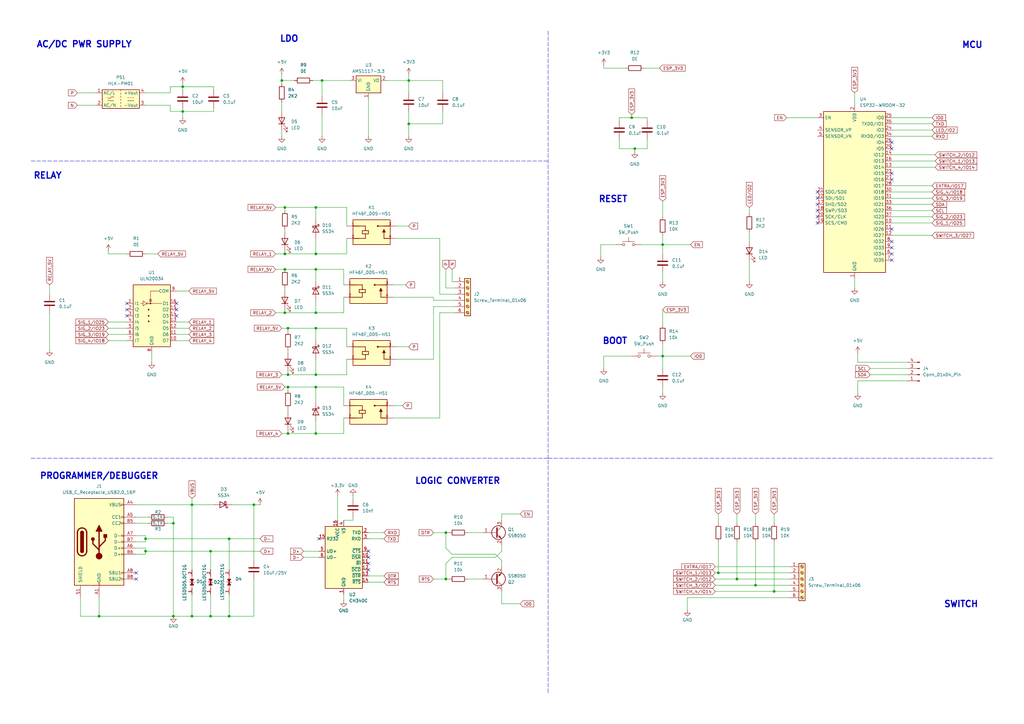
<source format=kicad_sch>
(kicad_sch (version 20250114) (generator "eeschema") (generator_version "9.0")
  (paper "A3")
  (title_block (title "Amit Amp Automation") (date "2025-07-09") (rev "v0.1") (company "Ak ECE") (comment 1 "Design- AMIT KUMAR"))
  (lib_symbols
    (symbol "Connector:Conn_01x04_Pin" (pin_names (offset 1.016) (hide yes))
      (property "Reference" "J" (at 0 5.08 0))
      (property "Value" "Conn_01x04_Pin" (at 0 -7.62 0))
      (symbol "Conn_01x04_Pin_1_1"
        (pin passive line (at 5.08 2.54 180) (length 3.81) (name "Pin_1") (number "1"))
        (pin passive line (at 5.08 0 180) (length 3.81) (name "Pin_2") (number "2"))
        (pin passive line (at 5.08 -2.54 180) (length 3.81) (name "Pin_3") (number "3"))
        (pin passive line (at 5.08 -5.08 180) (length 3.81) (name "Pin_4") (number "4"))
      )
    )
    (symbol "Connector:Screw_Terminal_01x06" (pin_names (offset 1.016) (hide yes))
      (property "Reference" "J" (at 0 7.62 0))
      (property "Value" "Screw_Terminal_01x06" (at 0 -10.16 0))
      (symbol "Screw_Terminal_01x06_1_1"
        (pin passive line (at -5.08 5.08 0) (length 3.81) (name "Pin_1") (number "1"))
        (pin passive line (at -5.08 2.54 0) (length 3.81) (name "Pin_2") (number "2"))
        (pin passive line (at -5.08 0 0) (length 3.81) (name "Pin_3") (number "3"))
        (pin passive line (at -5.08 -2.54 0) (length 3.81) (name "Pin_4") (number "4"))
        (pin passive line (at -5.08 -5.08 0) (length 3.81) (name "Pin_5") (number "5"))
        (pin passive line (at -5.08 -7.62 0) (length 3.81) (name "Pin_6") (number "6"))
      )
    )
    (symbol "Connector:USB_C_Receptacle_USB2.0_16P" (pin_names (offset 1.016))
      (property "Reference" "J" (at 0 22.225 0))
      (property "Value" "USB_C_Receptacle_USB2.0_16P" (at 0 19.685 0))
      (symbol "USB_C_Receptacle_USB2.0_16P_1_1"
        (pin passive line (at -7.62 -22.86 90) (length 5.08) (name "SHIELD") (number "S1"))
        (pin passive line (at 0 -22.86 90) (length 5.08) (name "GND") (number "A1"))
        (pin passive line (at 0 -22.86 90) (length 5.08) (hide yes) (name "GND") (number "A12"))
        (pin passive line (at 0 -22.86 90) (length 5.08) (hide yes) (name "GND") (number "B1"))
        (pin passive line (at 0 -22.86 90) (length 5.08) (hide yes) (name "GND") (number "B12"))
        (pin passive line (at 15.24 15.24 180) (length 5.08) (name "VBUS") (number "A4"))
        (pin passive line (at 15.24 15.24 180) (length 5.08) (hide yes) (name "VBUS") (number "A9"))
        (pin passive line (at 15.24 15.24 180) (length 5.08) (hide yes) (name "VBUS") (number "B4"))
        (pin passive line (at 15.24 15.24 180) (length 5.08) (hide yes) (name "VBUS") (number "B9"))
        (pin bidirectional line (at 15.24 10.16 180) (length 5.08) (name "CC1") (number "A5"))
        (pin bidirectional line (at 15.24 7.62 180) (length 5.08) (name "CC2") (number "B5"))
        (pin bidirectional line (at 15.24 2.54 180) (length 5.08) (name "D-") (number "A7"))
        (pin bidirectional line (at 15.24 0 180) (length 5.08) (name "D-") (number "B7"))
        (pin bidirectional line (at 15.24 -2.54 180) (length 5.08) (name "D+") (number "A6"))
        (pin bidirectional line (at 15.24 -5.08 180) (length 5.08) (name "D+") (number "B6"))
        (pin bidirectional line (at 15.24 -12.7 180) (length 5.08) (name "SBU1") (number "A8"))
        (pin bidirectional line (at 15.24 -15.24 180) (length 5.08) (name "SBU2") (number "B8"))
      )
    )
    (symbol "Converter_ACDC:HLK-PM01"
      (property "Reference" "PS" (at 0 5.08 0))
      (property "Value" "HLK-PM01" (at 0 -5.08 0))
      (symbol "HLK-PM01_1_1"
        (pin power_in line (at -10.16 2.54 0) (length 2.54) (name "AC/L") (number "1"))
        (pin power_in line (at -10.16 -2.54 0) (length 2.54) (name "AC/N") (number "2"))
        (pin power_out line (at 10.16 2.54 180) (length 2.54) (name "+Vout") (number "4"))
        (pin power_out line (at 10.16 -2.54 180) (length 2.54) (name "-Vout") (number "3"))
      )
    )
    (symbol "Device:C" (pin_numbers (hide yes)) (pin_names (offset 0.254))
      (property "Reference" "C" (at 0.635 2.54 0))
      (property "Value" "C" (at 0.635 -2.54 0))
      (symbol "C_1_1"
        (pin passive line (at 0 3.81 270) (length 2.794) (name "~") (number "1"))
        (pin passive line (at 0 -3.81 90) (length 2.794) (name "~") (number "2"))
      )
    )
    (symbol "Device:LED" (pin_numbers (hide yes)) (pin_names (offset 1.016) (hide yes))
      (property "Reference" "D" (at 0 2.54 0))
      (property "Value" "LED" (at 0 -2.54 0))
      (symbol "LED_1_1"
        (pin passive line (at -3.81 0 0) (length 2.54) (name "K") (number "1"))
        (pin passive line (at 3.81 0 180) (length 2.54) (name "A") (number "2"))
      )
    )
    (symbol "Device:R" (pin_numbers (hide yes)) (pin_names (offset 0))
      (property "Reference" "R" (at 2.032 0 90))
      (property "Value" "R" (at 0 0 90))
      (symbol "R_1_1"
        (pin passive line (at 0 3.81 270) (length 1.27) (name "~") (number "1"))
        (pin passive line (at 0 -3.81 90) (length 1.27) (name "~") (number "2"))
      )
    )
    (symbol "Diode:SS34" (pin_numbers (hide yes)) (pin_names (offset 1.016) (hide yes))
      (property "Reference" "D" (at 0 2.54 0))
      (property "Value" "SS34" (at 0 -2.54 0))
      (symbol "SS34_1_1"
        (pin passive line (at -3.81 0 0) (length 2.54) (name "K") (number "1"))
        (pin passive line (at 3.81 0 180) (length 2.54) (name "A") (number "2"))
      )
    )
    (symbol "HF46F_005-HS1:HF46F_005-HS1" (pin_names (offset 1.016))
      (property "Reference" "K" (at -7.62 6.35 0))
      (property "Value" "HF46F_005-HS1" (at -7.62 -7.62 0))
      (symbol "HF46F_005-HS1_0_0"
        (pin passive line (at -10.16 2.54 0) (length 5.08) (name "~") (number "1"))
        (pin passive line (at -10.16 -2.54 0) (length 5.08) (name "~") (number "2"))
        (pin passive line (at 10.16 2.54 180) (length 5.08) (name "~") (number "3"))
        (pin passive line (at 10.16 -2.54 180) (length 5.08) (name "~") (number "4"))
      )
    )
    (symbol "Interface_USB:CH340C"
      (property "Reference" "U" (at -5.08 13.97 0))
      (property "Value" "CH340C" (at 1.27 13.97 0))
      (symbol "CH340C_1_1"
        (pin input line (at -10.16 7.62 0) (length 2.54) (name "R232") (number "15"))
        (pin bidirectional line (at -10.16 2.54 0) (length 2.54) (name "UD+") (number "5"))
        (pin bidirectional line (at -10.16 0 0) (length 2.54) (name "UD-") (number "6"))
        (pin no_connect line (at -7.62 -5.08 0) (length 2.54) (hide yes) (name "NC") (number "7"))
        (pin no_connect line (at -7.62 -7.62 0) (length 2.54) (hide yes) (name "NC") (number "8"))
        (pin power_in line (at -2.54 15.24 270) (length 2.54) (name "VCC") (number "16"))
        (pin power_out line (at 0 15.24 270) (length 2.54) (name "V3") (number "4"))
        (pin power_in line (at 0 -15.24 90) (length 2.54) (name "GND") (number "1"))
        (pin output line (at 10.16 10.16 180) (length 2.54) (name "TXD") (number "2"))
        (pin input line (at 10.16 7.62 180) (length 2.54) (name "RXD") (number "3"))
        (pin input line (at 10.16 2.54 180) (length 2.54) (name "~{CTS}") (number "9"))
        (pin input line (at 10.16 0 180) (length 2.54) (name "~{DSR}") (number "10"))
        (pin input line (at 10.16 -2.54 180) (length 2.54) (name "~{RI}") (number "11"))
        (pin input line (at 10.16 -5.08 180) (length 2.54) (name "~{DCD}") (number "12"))
        (pin output line (at 10.16 -7.62 180) (length 2.54) (name "~{DTR}") (number "13"))
        (pin output line (at 10.16 -10.16 180) (length 2.54) (name "~{RTS}") (number "14"))
      )
    )
    (symbol "LESD5D5.0CT1G:LESD5D5.0CT1G" (pin_names (offset 1.016))
      (property "Reference" "D" (at -5.08 2.54 0))
      (property "Value" "LESD5D5.0CT1G" (at -5.08 -5.08 0))
      (symbol "LESD5D5.0CT1G_0_0"
        (pin passive line (at -5.08 0 0) (length 2.54) (name "~") (number "1"))
        (pin passive line (at 5.08 0 180) (length 2.54) (name "~") (number "2"))
      )
    )
    (symbol "RF_Module:ESP32-WROOM-32"
      (property "Reference" "U" (at -12.7 34.29 0))
      (property "Value" "ESP32-WROOM-32" (at 1.27 34.29 0))
      (symbol "ESP32-WROOM-32_1_1"
        (pin input line (at -15.24 30.48 0) (length 2.54) (name "EN") (number "3"))
        (pin input line (at -15.24 25.4 0) (length 2.54) (name "SENSOR_VP") (number "4"))
        (pin input line (at -15.24 22.86 0) (length 2.54) (name "SENSOR_VN") (number "5"))
        (pin bidirectional line (at -15.24 0 0) (length 2.54) (name "SDO/SD0") (number "21"))
        (pin bidirectional line (at -15.24 -2.54 0) (length 2.54) (name "SDI/SD1") (number "22"))
        (pin bidirectional line (at -15.24 -5.08 0) (length 2.54) (name "SHD/SD2") (number "17"))
        (pin bidirectional line (at -15.24 -7.62 0) (length 2.54) (name "SWP/SD3") (number "18"))
        (pin bidirectional line (at -15.24 -10.16 0) (length 2.54) (name "SCK/CLK") (number "20"))
        (pin bidirectional line (at -15.24 -12.7 0) (length 2.54) (name "SCS/CMD") (number "19"))
        (pin no_connect line (at -12.7 -27.94 0) (length 2.54) (hide yes) (name "NC") (number "32"))
        (pin power_in line (at 0 35.56 270) (length 2.54) (name "VDD") (number "2"))
        (pin power_in line (at 0 -35.56 90) (length 2.54) (name "GND") (number "1"))
        (pin passive line (at 0 -35.56 90) (length 2.54) (hide yes) (name "GND") (number "15"))
        (pin passive line (at 0 -35.56 90) (length 2.54) (hide yes) (name "GND") (number "38"))
        (pin passive line (at 0 -35.56 90) (length 2.54) (hide yes) (name "GND") (number "39"))
        (pin bidirectional line (at 15.24 30.48 180) (length 2.54) (name "IO0") (number "25"))
        (pin bidirectional line (at 15.24 27.94 180) (length 2.54) (name "TXD0/IO1") (number "35"))
        (pin bidirectional line (at 15.24 25.4 180) (length 2.54) (name "IO2") (number "24"))
        (pin bidirectional line (at 15.24 22.86 180) (length 2.54) (name "RXD0/IO3") (number "34"))
        (pin bidirectional line (at 15.24 20.32 180) (length 2.54) (name "IO4") (number "26"))
        (pin bidirectional line (at 15.24 17.78 180) (length 2.54) (name "IO5") (number "29"))
        (pin bidirectional line (at 15.24 15.24 180) (length 2.54) (name "IO12") (number "14"))
        (pin bidirectional line (at 15.24 12.7 180) (length 2.54) (name "IO13") (number "16"))
        (pin bidirectional line (at 15.24 10.16 180) (length 2.54) (name "IO14") (number "13"))
        (pin bidirectional line (at 15.24 7.62 180) (length 2.54) (name "IO15") (number "23"))
        (pin bidirectional line (at 15.24 5.08 180) (length 2.54) (name "IO16") (number "27"))
        (pin bidirectional line (at 15.24 2.54 180) (length 2.54) (name "IO17") (number "28"))
        (pin bidirectional line (at 15.24 0 180) (length 2.54) (name "IO18") (number "30"))
        (pin bidirectional line (at 15.24 -2.54 180) (length 2.54) (name "IO19") (number "31"))
        (pin bidirectional line (at 15.24 -5.08 180) (length 2.54) (name "IO21") (number "33"))
        (pin bidirectional line (at 15.24 -7.62 180) (length 2.54) (name "IO22") (number "36"))
        (pin bidirectional line (at 15.24 -10.16 180) (length 2.54) (name "IO23") (number "37"))
        (pin bidirectional line (at 15.24 -12.7 180) (length 2.54) (name "IO25") (number "10"))
        (pin bidirectional line (at 15.24 -15.24 180) (length 2.54) (name "IO26") (number "11"))
        (pin bidirectional line (at 15.24 -17.78 180) (length 2.54) (name "IO27") (number "12"))
        (pin bidirectional line (at 15.24 -20.32 180) (length 2.54) (name "IO32") (number "8"))
        (pin bidirectional line (at 15.24 -22.86 180) (length 2.54) (name "IO33") (number "9"))
        (pin input line (at 15.24 -25.4 180) (length 2.54) (name "IO34") (number "6"))
        (pin input line (at 15.24 -27.94 180) (length 2.54) (name "IO35") (number "7"))
      )
    )
    (symbol "Regulator_Linear:AMS1117-3.3"
      (property "Reference" "U" (at -3.81 3.175 0))
      (property "Value" "AMS1117-3.3" (at 0 3.175 0))
      (symbol "AMS1117-3.3_1_1"
        (pin power_in line (at -7.62 0 0) (length 2.54) (name "VI") (number "3"))
        (pin power_in line (at 0 -7.62 90) (length 2.54) (name "GND") (number "1"))
        (pin power_out line (at 7.62 0 180) (length 2.54) (name "VO") (number "2"))
      )
    )
    (symbol "Switch:SW_Push" (pin_numbers (hide yes)) (pin_names (offset 1.016) (hide yes))
      (property "Reference" "SW" (at 1.27 2.54 0))
      (property "Value" "SW_Push" (at 0 -1.524 0))
      (symbol "SW_Push_0_1"
        (pin passive line (at -5.08 0 0) (length 2.54) (name "1") (number "1"))
        (pin passive line (at 5.08 0 180) (length 2.54) (name "2") (number "2"))
      )
    )
    (symbol "Transistor_Array:ULN2003A"
      (property "Reference" "U" (at 0 15.875 0))
      (property "Value" "ULN2003A" (at 0 13.97 0))
      (symbol "ULN2003A_1_1"
        (pin input line (at -10.16 5.08 0) (length 2.54) (name "I1") (number "1"))
        (pin input line (at -10.16 2.54 0) (length 2.54) (name "I2") (number "2"))
        (pin input line (at -10.16 0 0) (length 2.54) (name "I3") (number "3"))
        (pin input line (at -10.16 -2.54 0) (length 2.54) (name "I4") (number "4"))
        (pin input line (at -10.16 -5.08 0) (length 2.54) (name "I5") (number "5"))
        (pin input line (at -10.16 -7.62 0) (length 2.54) (name "I6") (number "6"))
        (pin input line (at -10.16 -10.16 0) (length 2.54) (name "I7") (number "7"))
        (pin power_in line (at 0 -15.24 90) (length 2.54) (name "GND") (number "8"))
        (pin passive line (at 10.16 10.16 180) (length 2.54) (name "COM") (number "9"))
        (pin open_collector line (at 10.16 5.08 180) (length 2.54) (name "O1") (number "16"))
        (pin open_collector line (at 10.16 2.54 180) (length 2.54) (name "O2") (number "15"))
        (pin open_collector line (at 10.16 0 180) (length 2.54) (name "O3") (number "14"))
        (pin open_collector line (at 10.16 -2.54 180) (length 2.54) (name "O4") (number "13"))
        (pin open_collector line (at 10.16 -5.08 180) (length 2.54) (name "O5") (number "12"))
        (pin open_collector line (at 10.16 -7.62 180) (length 2.54) (name "O6") (number "11"))
        (pin open_collector line (at 10.16 -10.16 180) (length 2.54) (name "O7") (number "10"))
      )
    )
    (symbol "Transistor_BJT:SS8050" (pin_names (offset 0) (hide yes))
      (property "Reference" "Q" (at 5.08 1.905 0))
      (property "Value" "SS8050" (at 5.08 0 0))
      (symbol "SS8050_1_1"
        (pin input line (at -5.08 0 0) (length 2.54) (name "B") (number "1"))
        (pin passive line (at 2.54 5.08 270) (length 2.54) (name "C") (number "3"))
        (pin passive line (at 2.54 -5.08 90) (length 2.54) (name "E") (number "2"))
      )
    )
    (symbol "power:+3.3V" (power) (pin_numbers (hide yes)) (pin_names (offset 0) (hide yes))
      (property "Value" "+3.3V" (at 0 3.556 0))
      (symbol "+3.3V_1_1"
        (pin power_in line (at 0 0 90) (length 0) (name "~") (number "1"))
      )
    )
    (symbol "power:+3V3" (power) (pin_numbers (hide yes)) (pin_names (offset 0) (hide yes))
      (property "Value" "+3V3" (at 0 3.556 0))
      (symbol "+3V3_1_1"
        (pin power_in line (at 0 0 90) (length 0) (name "~") (number "1"))
      )
    )
    (symbol "power:+5V" (power) (pin_numbers (hide yes)) (pin_names (offset 0) (hide yes))
      (property "Value" "+5V" (at 0 3.556 0))
      (symbol "+5V_1_1"
        (pin power_in line (at 0 0 90) (length 0) (name "~") (number "1"))
      )
    )
    (symbol "power:GND" (power) (pin_numbers (hide yes)) (pin_names (offset 0) (hide yes))
      (property "Value" "GND" (at 0 -3.81 0))
      (symbol "GND_1_1"
        (pin power_in line (at 0 0 270) (length 0) (name "~") (number "1"))
      )
    )
  )
  (text "SWITCH" (at 394.208 247.904 0) (effects (font (size 2.54 2.54) (thickness 0.508) (bold yes))))
  (text "MCU" (at 398.78 18.542 0) (effects (font (size 2.54 2.54) (thickness 0.508) (bold yes))))
  (text "PROGRAMMER/DEBUGGER" (at 40.64 195.326 0) (effects (font (size 2.54 2.54) (thickness 0.508) (bold yes))))
  (text "LOGIC CONVERTER" (at 187.706 197.358 0) (effects (font (size 2.54 2.54) (thickness 0.508) (bold yes))))
  (text "RESET" (at 251.46 81.788 0) (effects (font (size 2.54 2.54) (thickness 0.508) (bold yes))))
  (text "BOOT\n" (at 252.222 139.954 0) (effects (font (size 2.54 2.54) (thickness 0.508) (bold yes))))
  (text "LDO\n" (at 118.618 16.002 0) (effects (font (size 2.54 2.54) (thickness 0.508) (bold yes))))
  (text "RELAY" (at 19.558 72.136 0) (effects (font (size 2.54 2.54) (thickness 0.508) (bold yes))))
  (text "AC/DC PWR SUPPLY" (at 34.544 18.288 0) (effects (font (size 2.54 2.54) (thickness 0.508) (bold yes))))
  (junction (at 86.36 252.73))
  (junction (at 116.84 110.49))
  (junction (at 129.54 177.8))
  (junction (at 118.11 134.62))
  (junction (at 74.93 35.56))
  (junction (at 129.54 85.09))
  (junction (at 129.54 153.67))
  (junction (at 78.74 252.73))
  (junction (at 271.78 100.33))
  (junction (at 118.11 177.8))
  (junction (at 129.54 134.62))
  (junction (at 116.84 85.09))
  (junction (at 116.84 104.14))
  (junction (at 182.88 218.44))
  (junction (at 167.64 33.02))
  (junction (at 259.08 48.26))
  (junction (at 182.88 237.49))
  (junction (at 129.54 128.27))
  (junction (at 86.36 226.06))
  (junction (at 59.69 226.06))
  (junction (at 78.74 207.01))
  (junction (at 167.64 50.8))
  (junction (at 118.11 158.75))
  (junction (at 74.93 45.72))
  (junction (at 115.57 33.02))
  (junction (at 40.64 252.73))
  (junction (at 302.26 237.49))
  (junction (at 260.35 60.96))
  (junction (at 93.98 252.73))
  (junction (at 132.08 33.02))
  (junction (at 294.64 234.95))
  (junction (at 116.84 128.27))
  (junction (at 118.11 153.67))
  (junction (at 129.54 158.75))
  (junction (at 93.98 220.98))
  (junction (at 104.14 207.01))
  (junction (at 309.88 240.03))
  (junction (at 129.54 104.14))
  (junction (at 129.54 110.49))
  (junction (at 317.5 242.57))
  (junction (at 271.78 146.05))
  (junction (at 59.69 220.98))
  (junction (at 71.12 214.63))
  (junction (at 71.12 252.73))
  (no_connect (at 335.28 86.36))
  (no_connect (at 151.13 231.14))
  (no_connect (at 365.76 93.98))
  (no_connect (at 365.76 60.96))
  (no_connect (at 52.07 124.46))
  (no_connect (at 72.39 127))
  (no_connect (at 151.13 228.6))
  (no_connect (at 365.76 58.42))
  (no_connect (at 335.28 81.28))
  (no_connect (at 335.28 78.74))
  (no_connect (at 335.28 83.82))
  (no_connect (at 151.13 226.06))
  (no_connect (at 130.81 220.98))
  (no_connect (at 365.76 106.68))
  (no_connect (at 365.76 73.66))
  (no_connect (at 365.76 104.14))
  (no_connect (at 365.76 99.06))
  (no_connect (at 52.07 129.54))
  (no_connect (at 151.13 233.68))
  (no_connect (at 365.76 71.12))
  (no_connect (at 55.88 237.49))
  (no_connect (at 335.28 88.9))
  (no_connect (at 365.76 101.6))
  (no_connect (at 72.39 124.46))
  (no_connect (at 72.39 129.54))
  (no_connect (at 52.07 127))
  (no_connect (at 55.88 234.95))
  (no_connect (at 335.28 91.44))
  (wire (pts (xy 62.23 144.78) (xy 62.23 148.59)))
  (wire (pts (xy 74.93 34.29) (xy 74.93 35.56)))
  (wire (pts (xy 205.74 229.87) (xy 203.2 227.33)))
  (wire (pts (xy 260.35 62.23) (xy 260.35 60.96)))
  (wire (pts (xy 93.98 252.73) (xy 86.36 252.73)))
  (wire (pts (xy 93.98 252.73) (xy 104.14 252.73)))
  (wire (pts (xy 59.69 227.33) (xy 55.88 227.33)))
  (wire (pts (xy 113.03 110.49) (xy 116.84 110.49)))
  (wire (pts (xy 247.65 26.67) (xy 247.65 27.94)))
  (wire (pts (xy 323.85 245.11) (xy 281.94 245.11)))
  (wire (pts (xy 317.5 210.82) (xy 317.5 214.63)))
  (wire (pts (xy 93.98 220.98) (xy 59.69 220.98)))
  (wire (pts (xy 129.54 158.75) (xy 140.97 158.75)))
  (wire (pts (xy 72.39 139.7) (xy 77.47 139.7)))
  (wire (pts (xy 118.11 177.8) (xy 129.54 177.8)))
  (polyline (pts (xy 12.7 187.96) (xy 224.79 187.96)) (stroke (width 0) (type dash)))
  (wire (pts (xy 161.29 171.45) (xy 180.34 171.45)))
  (wire (pts (xy 115.57 33.02) (xy 120.65 33.02)))
  (wire (pts (xy 59.69 104.14) (xy 64.77 104.14)))
  (wire (pts (xy 116.84 102.87) (xy 116.84 104.14)))
  (wire (pts (xy 254 48.26) (xy 254 49.53)))
  (polyline (pts (xy 12.7 66.04) (xy 224.79 66.04)) (stroke (width 0) (type dash)))
  (wire (pts (xy 203.2 228.6) (xy 185.42 228.6)))
  (wire (pts (xy 20.32 116.84) (xy 20.32 120.65)))
  (wire (pts (xy 271.78 146.05) (xy 271.78 151.13)))
  (wire (pts (xy 104.14 237.49) (xy 104.14 252.73)))
  (wire (pts (xy 69.85 35.56) (xy 74.93 35.56)))
  (wire (pts (xy 365.76 88.9) (xy 382.27 88.9)))
  (wire (pts (xy 55.88 224.79) (xy 59.69 224.79)))
  (wire (pts (xy 254 60.96) (xy 260.35 60.96)))
  (wire (pts (xy 140.97 213.36) (xy 144.78 213.36)))
  (wire (pts (xy 129.54 97.79) (xy 129.54 104.14)))
  (wire (pts (xy 307.34 85.09) (xy 307.34 87.63)))
  (wire (pts (xy 182.88 237.49) (xy 184.15 237.49)))
  (wire (pts (xy 260.35 60.96) (xy 265.43 60.96)))
  (wire (pts (xy 162.56 142.24) (xy 167.64 142.24)))
  (wire (pts (xy 322.58 48.26) (xy 335.28 48.26)))
  (wire (pts (xy 78.74 252.73) (xy 71.12 252.73)))
  (wire (pts (xy 142.24 134.62) (xy 142.24 142.24)))
  (wire (pts (xy 140.97 110.49) (xy 140.97 116.84)))
  (wire (pts (xy 87.63 36.83) (xy 87.63 35.56)))
  (wire (pts (xy 259.08 48.26) (xy 265.43 48.26)))
  (wire (pts (xy 72.39 137.16) (xy 77.47 137.16)))
  (wire (pts (xy 129.54 134.62) (xy 129.54 139.7)))
  (wire (pts (xy 129.54 177.8) (xy 140.97 177.8)))
  (wire (pts (xy 265.43 57.15) (xy 265.43 60.96)))
  (wire (pts (xy 93.98 243.84) (xy 93.98 252.73)))
  (wire (pts (xy 142.24 97.79) (xy 142.24 104.14)))
  (wire (pts (xy 86.36 226.06) (xy 59.69 226.06)))
  (wire (pts (xy 182.88 218.44) (xy 182.88 224.79)))
  (wire (pts (xy 185.42 110.49) (xy 185.42 115.57)))
  (wire (pts (xy 116.84 93.98) (xy 116.84 95.25)))
  (wire (pts (xy 44.45 134.62) (xy 52.07 134.62)))
  (wire (pts (xy 351.79 144.78) (xy 351.79 148.59)))
  (wire (pts (xy 372.11 156.21) (xy 351.79 156.21)))
  (wire (pts (xy 129.54 110.49) (xy 129.54 115.57)))
  (wire (pts (xy 271.78 146.05) (xy 283.21 146.05)))
  (wire (pts (xy 365.76 55.88) (xy 382.27 55.88)))
  (wire (pts (xy 151.13 220.98) (xy 157.48 220.98)))
  (wire (pts (xy 129.54 172.72) (xy 129.54 177.8)))
  (wire (pts (xy 181.61 38.1) (xy 181.61 33.02)))
  (wire (pts (xy 247.65 151.13) (xy 247.65 146.05)))
  (wire (pts (xy 271.78 140.97) (xy 271.78 146.05)))
  (wire (pts (xy 115.57 134.62) (xy 118.11 134.62)))
  (wire (pts (xy 124.46 228.6) (xy 130.81 228.6)))
  (wire (pts (xy 177.8 218.44) (xy 182.88 218.44)))
  (wire (pts (xy 104.14 207.01) (xy 104.14 229.87)))
  (wire (pts (xy 177.8 125.73) (xy 186.69 125.73)))
  (wire (pts (xy 365.76 81.28) (xy 382.27 81.28)))
  (wire (pts (xy 161.29 116.84) (xy 166.37 116.84)))
  (wire (pts (xy 269.24 146.05) (xy 271.78 146.05)))
  (wire (pts (xy 205.74 242.57) (xy 205.74 247.65)))
  (wire (pts (xy 142.24 85.09) (xy 142.24 92.71)))
  (wire (pts (xy 365.76 83.82) (xy 382.27 83.82)))
  (wire (pts (xy 161.29 166.37) (xy 165.1 166.37)))
  (wire (pts (xy 205.74 223.52) (xy 205.74 226.06)))
  (wire (pts (xy 116.84 128.27) (xy 129.54 128.27)))
  (wire (pts (xy 59.69 219.71) (xy 59.69 220.98)))
  (wire (pts (xy 59.69 224.79) (xy 59.69 226.06)))
  (wire (pts (xy 140.97 171.45) (xy 140.97 177.8)))
  (wire (pts (xy 356.87 151.13) (xy 372.11 151.13)))
  (wire (pts (xy 144.78 203.2) (xy 144.78 204.47)))
  (wire (pts (xy 74.93 44.45) (xy 74.93 45.72)))
  (wire (pts (xy 118.11 167.64) (xy 118.11 168.91)))
  (wire (pts (xy 115.57 53.34) (xy 115.57 55.88)))
  (wire (pts (xy 185.42 228.6) (xy 182.88 231.14)))
  (wire (pts (xy 124.46 226.06) (xy 130.81 226.06)))
  (wire (pts (xy 44.45 132.08) (xy 52.07 132.08)))
  (wire (pts (xy 118.11 134.62) (xy 118.11 135.89)))
  (wire (pts (xy 71.12 252.73) (xy 40.64 252.73)))
  (wire (pts (xy 144.78 213.36) (xy 144.78 212.09)))
  (wire (pts (xy 78.74 204.47) (xy 78.74 207.01)))
  (wire (pts (xy 281.94 245.11) (xy 281.94 250.19)))
  (wire (pts (xy 205.74 232.41) (xy 205.74 229.87)))
  (wire (pts (xy 86.36 252.73) (xy 78.74 252.73)))
  (wire (pts (xy 87.63 35.56) (xy 74.93 35.56)))
  (wire (pts (xy 118.11 176.53) (xy 118.11 177.8)))
  (wire (pts (xy 161.29 121.92) (xy 177.8 121.92)))
  (wire (pts (xy 293.37 237.49) (xy 302.26 237.49)))
  (wire (pts (xy 68.58 212.09) (xy 71.12 212.09)))
  (wire (pts (xy 167.64 50.8) (xy 167.64 55.88)))
  (wire (pts (xy 69.85 43.18) (xy 59.69 43.18)))
  (wire (pts (xy 293.37 234.95) (xy 294.64 234.95)))
  (wire (pts (xy 181.61 45.72) (xy 181.61 50.8)))
  (wire (pts (xy 40.64 252.73) (xy 40.64 245.11)))
  (wire (pts (xy 182.88 231.14) (xy 182.88 237.49)))
  (wire (pts (xy 55.88 212.09) (xy 60.96 212.09)))
  (wire (pts (xy 185.42 227.33) (xy 182.88 224.79)))
  (wire (pts (xy 294.64 210.82) (xy 294.64 214.63)))
  (wire (pts (xy 365.76 96.52) (xy 382.27 96.52)))
  (wire (pts (xy 162.56 147.32) (xy 177.8 147.32)))
  (wire (pts (xy 191.77 218.44) (xy 198.12 218.44)))
  (wire (pts (xy 365.76 53.34) (xy 382.27 53.34)))
  (wire (pts (xy 350.52 114.3) (xy 350.52 118.11)))
  (wire (pts (xy 254 57.15) (xy 254 60.96)))
  (wire (pts (xy 365.76 78.74) (xy 382.27 78.74)))
  (wire (pts (xy 293.37 232.41) (xy 323.85 232.41)))
  (wire (pts (xy 118.11 153.67) (xy 129.54 153.67)))
  (wire (pts (xy 113.03 104.14) (xy 116.84 104.14)))
  (wire (pts (xy 86.36 243.84) (xy 86.36 252.73)))
  (wire (pts (xy 307.34 95.25) (xy 307.34 99.06)))
  (wire (pts (xy 129.54 147.32) (xy 129.54 153.67)))
  (wire (pts (xy 203.2 227.33) (xy 185.42 227.33)))
  (wire (pts (xy 180.34 120.65) (xy 186.69 120.65)))
  (wire (pts (xy 132.08 33.02) (xy 143.51 33.02)))
  (wire (pts (xy 59.69 220.98) (xy 59.69 222.25)))
  (wire (pts (xy 182.88 110.49) (xy 182.88 118.11)))
  (wire (pts (xy 167.64 30.48) (xy 167.64 33.02)))
  (wire (pts (xy 116.84 128.27) (xy 116.84 127)))
  (wire (pts (xy 72.39 132.08) (xy 77.47 132.08)))
  (wire (pts (xy 59.69 226.06) (xy 59.69 227.33)))
  (wire (pts (xy 116.84 158.75) (xy 118.11 158.75)))
  (wire (pts (xy 181.61 33.02) (xy 167.64 33.02)))
  (wire (pts (xy 262.89 100.33) (xy 271.78 100.33)))
  (wire (pts (xy 351.79 156.21) (xy 351.79 161.29)))
  (wire (pts (xy 307.34 106.68) (xy 307.34 115.57)))
  (wire (pts (xy 365.76 50.8) (xy 382.27 50.8)))
  (wire (pts (xy 44.45 137.16) (xy 52.07 137.16)))
  (wire (pts (xy 138.43 203.2) (xy 138.43 213.36)))
  (wire (pts (xy 365.76 76.2) (xy 382.27 76.2)))
  (wire (pts (xy 293.37 240.03) (xy 309.88 240.03)))
  (wire (pts (xy 302.26 210.82) (xy 302.26 214.63)))
  (wire (pts (xy 113.03 85.09) (xy 116.84 85.09)))
  (wire (pts (xy 118.11 158.75) (xy 118.11 160.02)))
  (wire (pts (xy 132.08 33.02) (xy 132.08 39.37)))
  (wire (pts (xy 180.34 171.45) (xy 180.34 128.27)))
  (wire (pts (xy 140.97 158.75) (xy 140.97 166.37)))
  (wire (pts (xy 31.75 38.1) (xy 39.37 38.1)))
  (wire (pts (xy 293.37 242.57) (xy 317.5 242.57)))
  (wire (pts (xy 162.56 92.71) (xy 167.64 92.71)))
  (wire (pts (xy 33.02 252.73) (xy 40.64 252.73)))
  (wire (pts (xy 118.11 143.51) (xy 118.11 144.78)))
  (wire (pts (xy 116.84 104.14) (xy 129.54 104.14)))
  (wire (pts (xy 302.26 237.49) (xy 323.85 237.49)))
  (wire (pts (xy 177.8 121.92) (xy 177.8 123.19)))
  (wire (pts (xy 115.57 30.48) (xy 115.57 33.02)))
  (wire (pts (xy 151.13 218.44) (xy 157.48 218.44)))
  (wire (pts (xy 191.77 237.49) (xy 198.12 237.49)))
  (wire (pts (xy 140.97 121.92) (xy 140.97 128.27)))
  (wire (pts (xy 106.68 207.01) (xy 104.14 207.01)))
  (wire (pts (xy 129.54 104.14) (xy 142.24 104.14)))
  (wire (pts (xy 265.43 48.26) (xy 265.43 49.53)))
  (wire (pts (xy 365.76 66.04) (xy 383.54 66.04)))
  (wire (pts (xy 271.78 100.33) (xy 283.21 100.33)))
  (wire (pts (xy 271.78 111.76) (xy 271.78 115.57)))
  (wire (pts (xy 93.98 220.98) (xy 106.68 220.98)))
  (wire (pts (xy 365.76 63.5) (xy 383.54 63.5)))
  (wire (pts (xy 271.78 100.33) (xy 271.78 104.14)))
  (wire (pts (xy 69.85 43.18) (xy 69.85 45.72)))
  (wire (pts (xy 205.74 226.06) (xy 203.2 228.6)))
  (wire (pts (xy 93.98 233.68) (xy 93.98 220.98)))
  (wire (pts (xy 44.45 102.87) (xy 44.45 104.14)))
  (wire (pts (xy 365.76 48.26) (xy 382.27 48.26)))
  (wire (pts (xy 317.5 222.25) (xy 317.5 242.57)))
  (wire (pts (xy 259.08 46.99) (xy 259.08 48.26)))
  (wire (pts (xy 356.87 153.67) (xy 372.11 153.67)))
  (wire (pts (xy 86.36 226.06) (xy 106.68 226.06)))
  (polyline (pts (xy 224.79 187.96) (xy 407.67 187.96)) (stroke (width 0) (type dash)))
  (wire (pts (xy 254 48.26) (xy 259.08 48.26)))
  (wire (pts (xy 309.88 210.82) (xy 309.88 214.63)))
  (wire (pts (xy 128.27 33.02) (xy 132.08 33.02)))
  (wire (pts (xy 167.64 33.02) (xy 158.75 33.02)))
  (wire (pts (xy 68.58 214.63) (xy 71.12 214.63)))
  (wire (pts (xy 247.65 146.05) (xy 259.08 146.05)))
  (wire (pts (xy 151.13 236.22) (xy 157.48 236.22)))
  (wire (pts (xy 115.57 45.72) (xy 115.57 41.91)))
  (wire (pts (xy 247.65 27.94) (xy 256.54 27.94)))
  (wire (pts (xy 294.64 222.25) (xy 294.64 234.95)))
  (wire (pts (xy 129.54 85.09) (xy 129.54 90.17)))
  (wire (pts (xy 69.85 38.1) (xy 59.69 38.1)))
  (wire (pts (xy 180.34 128.27) (xy 186.69 128.27)))
  (wire (pts (xy 365.76 86.36) (xy 382.27 86.36)))
  (wire (pts (xy 116.84 85.09) (xy 129.54 85.09)))
  (wire (pts (xy 116.84 110.49) (xy 129.54 110.49)))
  (wire (pts (xy 182.88 218.44) (xy 184.15 218.44)))
  (wire (pts (xy 142.24 147.32) (xy 142.24 153.67)))
  (wire (pts (xy 71.12 214.63) (xy 71.12 252.73)))
  (wire (pts (xy 129.54 85.09) (xy 142.24 85.09)))
  (wire (pts (xy 33.02 245.11) (xy 33.02 252.73)))
  (wire (pts (xy 95.25 207.01) (xy 104.14 207.01)))
  (wire (pts (xy 185.42 115.57) (xy 186.69 115.57)))
  (wire (pts (xy 44.45 139.7) (xy 52.07 139.7)))
  (wire (pts (xy 69.85 38.1) (xy 69.85 35.56)))
  (wire (pts (xy 113.03 128.27) (xy 116.84 128.27)))
  (wire (pts (xy 129.54 128.27) (xy 140.97 128.27)))
  (wire (pts (xy 271.78 82.55) (xy 271.78 88.9)))
  (wire (pts (xy 132.08 46.99) (xy 132.08 55.88)))
  (wire (pts (xy 78.74 207.01) (xy 87.63 207.01)))
  (wire (pts (xy 86.36 233.68) (xy 86.36 226.06)))
  (wire (pts (xy 177.8 237.49) (xy 182.88 237.49)))
  (wire (pts (xy 181.61 50.8) (xy 167.64 50.8)))
  (wire (pts (xy 78.74 207.01) (xy 78.74 233.68)))
  (wire (pts (xy 205.74 247.65) (xy 213.36 247.65)))
  (wire (pts (xy 246.38 100.33) (xy 246.38 105.41)))
  (wire (pts (xy 118.11 158.75) (xy 129.54 158.75)))
  (wire (pts (xy 129.54 134.62) (xy 142.24 134.62)))
  (wire (pts (xy 252.73 100.33) (xy 246.38 100.33)))
  (wire (pts (xy 351.79 148.59) (xy 372.11 148.59)))
  (wire (pts (xy 20.32 128.27) (xy 20.32 143.51)))
  (wire (pts (xy 365.76 68.58) (xy 383.54 68.58)))
  (wire (pts (xy 180.34 97.79) (xy 180.34 120.65)))
  (wire (pts (xy 205.74 210.82) (xy 205.74 213.36)))
  (wire (pts (xy 302.26 222.25) (xy 302.26 237.49)))
  (wire (pts (xy 309.88 222.25) (xy 309.88 240.03)))
  (wire (pts (xy 55.88 219.71) (xy 59.69 219.71)))
  (wire (pts (xy 271.78 127) (xy 271.78 133.35)))
  (wire (pts (xy 271.78 96.52) (xy 271.78 100.33)))
  (wire (pts (xy 365.76 91.44) (xy 382.27 91.44)))
  (wire (pts (xy 115.57 153.67) (xy 118.11 153.67)))
  (wire (pts (xy 74.93 35.56) (xy 74.93 36.83)))
  (wire (pts (xy 162.56 97.79) (xy 180.34 97.79)))
  (wire (pts (xy 317.5 242.57) (xy 323.85 242.57)))
  (wire (pts (xy 177.8 125.73) (xy 177.8 147.32)))
  (wire (pts (xy 44.45 104.14) (xy 52.07 104.14)))
  (polyline (pts (xy 224.79 12.7) (xy 224.79 284.48)) (stroke (width 0) (type dash)))
  (wire (pts (xy 55.88 207.01) (xy 78.74 207.01)))
  (wire (pts (xy 167.64 38.1) (xy 167.64 33.02)))
  (wire (pts (xy 118.11 152.4) (xy 118.11 153.67)))
  (wire (pts (xy 129.54 153.67) (xy 142.24 153.67)))
  (wire (pts (xy 74.93 45.72) (xy 74.93 48.26)))
  (wire (pts (xy 129.54 158.75) (xy 129.54 165.1)))
  (wire (pts (xy 72.39 134.62) (xy 77.47 134.62)))
  (wire (pts (xy 151.13 40.64) (xy 151.13 55.88)))
  (wire (pts (xy 271.78 158.75) (xy 271.78 161.29)))
  (wire (pts (xy 151.13 238.76) (xy 157.48 238.76)))
  (wire (pts (xy 205.74 210.82) (xy 213.36 210.82)))
  (wire (pts (xy 129.54 123.19) (xy 129.54 128.27)))
  (wire (pts (xy 55.88 214.63) (xy 60.96 214.63)))
  (wire (pts (xy 264.16 27.94) (xy 270.51 27.94)))
  (wire (pts (xy 69.85 45.72) (xy 74.93 45.72)))
  (wire (pts (xy 177.8 123.19) (xy 186.69 123.19)))
  (wire (pts (xy 59.69 222.25) (xy 55.88 222.25)))
  (wire (pts (xy 31.75 43.18) (xy 39.37 43.18)))
  (wire (pts (xy 350.52 38.1) (xy 350.52 43.18)))
  (wire (pts (xy 140.97 243.84) (xy 140.97 246.38)))
  (wire (pts (xy 115.57 33.02) (xy 115.57 34.29)))
  (wire (pts (xy 115.57 177.8) (xy 118.11 177.8)))
  (wire (pts (xy 87.63 45.72) (xy 74.93 45.72)))
  (wire (pts (xy 87.63 44.45) (xy 87.63 45.72)))
  (wire (pts (xy 116.84 119.38) (xy 116.84 118.11)))
  (wire (pts (xy 167.64 45.72) (xy 167.64 50.8)))
  (wire (pts (xy 78.74 243.84) (xy 78.74 252.73)))
  (wire (pts (xy 129.54 110.49) (xy 140.97 110.49)))
  (wire (pts (xy 294.64 234.95) (xy 323.85 234.95)))
  (wire (pts (xy 116.84 85.09) (xy 116.84 86.36)))
  (wire (pts (xy 309.88 240.03) (xy 323.85 240.03)))
  (wire (pts (xy 71.12 212.09) (xy 71.12 214.63)))
  (wire (pts (xy 72.39 119.38) (xy 77.47 119.38)))
  (wire (pts (xy 118.11 134.62) (xy 129.54 134.62)))
  (wire (pts (xy 182.88 118.11) (xy 186.69 118.11)))
  (global_label "RELAY_4" (shape input) (at 77.47 139.7 0) (property "Intersheetrefs" "${INTERSHEET_REFS}" (effects (hide yes))))
  (global_label "ESP_3V3" (shape input) (at 309.88 210.82 90) (property "Intersheetrefs" "${INTERSHEET_REFS}" (effects (hide yes))))
  (global_label "RELAY_5V" (shape input) (at 113.03 85.09 180) (property "Intersheetrefs" "${INTERSHEET_REFS}" (effects (hide yes))))
  (global_label "LED{slash}IO2" (shape input) (at 307.34 85.09 90) (property "Intersheetrefs" "${INTERSHEET_REFS}" (effects (hide yes))))
  (global_label "P" (shape input) (at 182.88 110.49 90) (property "Intersheetrefs" "${INTERSHEET_REFS}" (effects (hide yes))))
  (global_label "ESP_3V3" (shape input) (at 259.08 46.99 90) (property "Intersheetrefs" "${INTERSHEET_REFS}" (effects (hide yes))))
  (global_label "SWITCH_3{slash}IO27" (shape input) (at 382.27 96.52 0) (property "Intersheetrefs" "${INTERSHEET_REFS}" (effects (hide yes))))
  (global_label "P" (shape input) (at 165.1 166.37 0) (property "Intersheetrefs" "${INTERSHEET_REFS}" (effects (hide yes))))
  (global_label "D-" (shape input) (at 124.46 228.6 180) (property "Intersheetrefs" "${INTERSHEET_REFS}" (effects (hide yes))))
  (global_label "EN" (shape input) (at 283.21 100.33 0) (property "Intersheetrefs" "${INTERSHEET_REFS}" (effects (hide yes))))
  (global_label "P" (shape input) (at 167.64 142.24 0) (property "Intersheetrefs" "${INTERSHEET_REFS}" (effects (hide yes))))
  (global_label "DTR" (shape input) (at 177.8 218.44 180) (property "Intersheetrefs" "${INTERSHEET_REFS}" (effects (hide yes))))
  (global_label "SCL" (shape input) (at 382.27 86.36 0) (property "Intersheetrefs" "${INTERSHEET_REFS}" (effects (hide yes))))
  (global_label "SWITCH_1{slash}IO13" (shape input) (at 383.54 66.04 0) (property "Intersheetrefs" "${INTERSHEET_REFS}" (effects (hide yes))))
  (global_label "SIG_3{slash}IO19" (shape input) (at 44.45 137.16 180) (property "Intersheetrefs" "${INTERSHEET_REFS}" (effects (hide yes))))
  (global_label "SDA" (shape input) (at 356.87 153.67 180) (property "Intersheetrefs" "${INTERSHEET_REFS}" (effects (hide yes))))
  (global_label "RELAY_3" (shape input) (at 115.57 153.67 180) (property "Intersheetrefs" "${INTERSHEET_REFS}" (effects (hide yes))))
  (global_label "RELAY_5V" (shape input) (at 77.47 119.38 0) (property "Intersheetrefs" "${INTERSHEET_REFS}" (effects (hide yes))))
  (global_label "RELAY_2" (shape input) (at 77.47 134.62 0) (property "Intersheetrefs" "${INTERSHEET_REFS}" (effects (hide yes))))
  (global_label "D+" (shape input) (at 106.68 226.06 0) (property "Intersheetrefs" "${INTERSHEET_REFS}" (effects (hide yes))))
  (global_label "SWITCH_2{slash}IO12" (shape input) (at 293.37 237.49 180) (property "Intersheetrefs" "${INTERSHEET_REFS}" (effects (hide yes))))
  (global_label "IO0" (shape input) (at 213.36 247.65 0) (property "Intersheetrefs" "${INTERSHEET_REFS}" (effects (hide yes))))
  (global_label "P" (shape input) (at 167.64 92.71 0) (property "Intersheetrefs" "${INTERSHEET_REFS}" (effects (hide yes))))
  (global_label "P" (shape input) (at 31.75 38.1 180) (property "Intersheetrefs" "${INTERSHEET_REFS}" (effects (hide yes))))
  (global_label "SDA" (shape input) (at 382.27 83.82 0) (property "Intersheetrefs" "${INTERSHEET_REFS}" (effects (hide yes))))
  (global_label "SWITCH_1{slash}IO13" (shape input) (at 293.37 234.95 180) (property "Intersheetrefs" "${INTERSHEET_REFS}" (effects (hide yes))))
  (global_label "SIG_2{slash}IO23" (shape input) (at 44.45 134.62 180) (property "Intersheetrefs" "${INTERSHEET_REFS}" (effects (hide yes))))
  (global_label "SWITCH_4{slash}IO14" (shape input) (at 383.54 68.58 0) (property "Intersheetrefs" "${INTERSHEET_REFS}" (effects (hide yes))))
  (global_label "SIG_1{slash}IO25" (shape input) (at 382.27 91.44 0) (property "Intersheetrefs" "${INTERSHEET_REFS}" (effects (hide yes))))
  (global_label "D-" (shape input) (at 106.68 220.98 0) (property "Intersheetrefs" "${INTERSHEET_REFS}" (effects (hide yes))))
  (global_label "SIG_1{slash}IO25" (shape input) (at 44.45 132.08 180) (property "Intersheetrefs" "${INTERSHEET_REFS}" (effects (hide yes))))
  (global_label "IO0" (shape input) (at 283.21 146.05 0) (effects (font (thickness 0.1588))) (property "Intersheetrefs" "${INTERSHEET_REFS}" (effects (hide yes))))
  (global_label "RELAY_5V" (shape input) (at 116.84 158.75 180) (property "Intersheetrefs" "${INTERSHEET_REFS}" (effects (hide yes))))
  (global_label "ESP_3V3" (shape input) (at 317.5 210.82 90) (property "Intersheetrefs" "${INTERSHEET_REFS}" (effects (hide yes))))
  (global_label "SWITCH_4{slash}IO14" (shape input) (at 293.37 242.57 180) (property "Intersheetrefs" "${INTERSHEET_REFS}" (effects (hide yes))))
  (global_label "EN" (shape input) (at 322.58 48.26 180) (property "Intersheetrefs" "${INTERSHEET_REFS}" (effects (hide yes))))
  (global_label "RELAY_2" (shape input) (at 113.03 128.27 180) (property "Intersheetrefs" "${INTERSHEET_REFS}" (effects (hide yes))))
  (global_label "TXD" (shape input) (at 382.27 50.8 0) (property "Intersheetrefs" "${INTERSHEET_REFS}" (effects (hide yes))))
  (global_label "ESP_3V3" (shape input) (at 294.64 210.82 90) (property "Intersheetrefs" "${INTERSHEET_REFS}" (effects (hide yes))))
  (global_label "SIG_4{slash}IO18" (shape input) (at 44.45 139.7 180) (property "Intersheetrefs" "${INTERSHEET_REFS}" (effects (hide yes))))
  (global_label "RELAY_1" (shape input) (at 77.47 132.08 0) (property "Intersheetrefs" "${INTERSHEET_REFS}" (effects (hide yes))))
  (global_label "RELAY_5V" (shape input) (at 113.03 110.49 180) (property "Intersheetrefs" "${INTERSHEET_REFS}" (effects (hide yes))))
  (global_label "RELAY_1" (shape input) (at 113.03 104.14 180) (property "Intersheetrefs" "${INTERSHEET_REFS}" (effects (hide yes))))
  (global_label "RXD" (shape input) (at 157.48 218.44 0) (property "Intersheetrefs" "${INTERSHEET_REFS}" (effects (hide yes))))
  (global_label "RTS" (shape input) (at 157.48 238.76 0) (effects (font (thickness 0.1588))) (property "Intersheetrefs" "${INTERSHEET_REFS}" (effects (hide yes))))
  (global_label "SIG_3{slash}IO19" (shape input) (at 382.27 81.28 0) (property "Intersheetrefs" "${INTERSHEET_REFS}" (effects (hide yes))))
  (global_label "D+" (shape input) (at 124.46 226.06 180) (property "Intersheetrefs" "${INTERSHEET_REFS}" (effects (hide yes))))
  (global_label "VBUS" (shape input) (at 78.74 204.47 90) (property "Intersheetrefs" "${INTERSHEET_REFS}" (effects (hide yes))))
  (global_label "TXD" (shape input) (at 157.48 220.98 0) (property "Intersheetrefs" "${INTERSHEET_REFS}" (effects (hide yes))))
  (global_label "N" (shape input) (at 31.75 43.18 180) (property "Intersheetrefs" "${INTERSHEET_REFS}" (effects (hide yes))))
  (global_label "RTS" (shape input) (at 177.8 237.49 180) (property "Intersheetrefs" "${INTERSHEET_REFS}" (effects (hide yes))))
  (global_label "SWITCH_2{slash}IO12" (shape input) (at 383.54 63.5 0) (property "Intersheetrefs" "${INTERSHEET_REFS}" (effects (hide yes))))
  (global_label "IO0" (shape input) (at 382.27 48.26 0) (effects (font (thickness 0.1588))) (property "Intersheetrefs" "${INTERSHEET_REFS}" (effects (hide yes))))
  (global_label "N" (shape input) (at 185.42 110.49 90) (property "Intersheetrefs" "${INTERSHEET_REFS}" (effects (hide yes))))
  (global_label "ESP_3V3" (shape input) (at 271.78 127 0) (property "Intersheetrefs" "${INTERSHEET_REFS}" (effects (hide yes))))
  (global_label "P" (shape input) (at 166.37 116.84 0) (property "Intersheetrefs" "${INTERSHEET_REFS}" (effects (hide yes))))
  (global_label "DTR" (shape input) (at 157.48 236.22 0) (effects (font (thickness 0.1588))) (property "Intersheetrefs" "${INTERSHEET_REFS}" (effects (hide yes))))
  (global_label "RELAY_5V" (shape input) (at 64.77 104.14 0) (property "Intersheetrefs" "${INTERSHEET_REFS}" (effects (hide yes))))
  (global_label "EN" (shape input) (at 213.36 210.82 0) (property "Intersheetrefs" "${INTERSHEET_REFS}" (effects (hide yes))))
  (global_label "SWITCH_3{slash}IO27" (shape input) (at 293.37 240.03 180) (property "Intersheetrefs" "${INTERSHEET_REFS}" (effects (hide yes))))
  (global_label "ESP_3V3" (shape input) (at 270.51 27.94 0) (property "Intersheetrefs" "${INTERSHEET_REFS}" (effects (hide yes))))
  (global_label "ESP_3V3" (shape input) (at 302.26 210.82 90) (property "Intersheetrefs" "${INTERSHEET_REFS}" (effects (hide yes))))
  (global_label "RELAY_3" (shape input) (at 77.47 137.16 0) (property "Intersheetrefs" "${INTERSHEET_REFS}" (effects (hide yes))))
  (global_label "SIG_4{slash}IO18" (shape input) (at 382.27 78.74 0) (property "Intersheetrefs" "${INTERSHEET_REFS}" (effects (hide yes))))
  (global_label "LED{slash}IO2" (shape input) (at 382.27 53.34 0) (property "Intersheetrefs" "${INTERSHEET_REFS}" (effects (hide yes))))
  (global_label "SIG_2{slash}IO23" (shape input) (at 382.27 88.9 0) (property "Intersheetrefs" "${INTERSHEET_REFS}" (effects (hide yes))))
  (global_label "EXTRA{slash}IO17" (shape input) (at 293.37 232.41 180) (property "Intersheetrefs" "${INTERSHEET_REFS}" (effects (hide yes))))
  (global_label "SCL" (shape input) (at 356.87 151.13 180) (property "Intersheetrefs" "${INTERSHEET_REFS}" (effects (hide yes))))
  (global_label "EXTRA{slash}IO17" (shape input) (at 382.27 76.2 0) (property "Intersheetrefs" "${INTERSHEET_REFS}" (effects (hide yes))))
  (global_label "RXD" (shape input) (at 382.27 55.88 0) (property "Intersheetrefs" "${INTERSHEET_REFS}" (effects (hide yes))))
  (global_label "RELAY_5V" (shape input) (at 20.32 116.84 90) (property "Intersheetrefs" "${INTERSHEET_REFS}" (effects (hide yes))))
  (global_label "ESP_3V3" (shape input) (at 271.78 82.55 90) (property "Intersheetrefs" "${INTERSHEET_REFS}" (effects (hide yes))))
  (global_label "ESP_3V3" (shape input) (at 350.52 38.1 90) (property "Intersheetrefs" "${INTERSHEET_REFS}" (effects (hide yes))))
  (global_label "RELAY_5V" (shape input) (at 115.57 134.62 180) (property "Intersheetrefs" "${INTERSHEET_REFS}" (effects (hide yes))))
  (global_label "RELAY_4" (shape input) (at 115.57 177.8 180) (property "Intersheetrefs" "${INTERSHEET_REFS}" (effects (hide yes))))
  (symbol (lib_id "Device:R") (at 271.78 92.71 0) (unit 1)
    (property "Reference" "R13" (at 274.32 91.4399 0) (effects (justify left)))
    (property "Value" "10K" (at 274.32 93.9799 0) (effects (justify left)))
    (property "Footprint" "Resistor_SMD:R_0603_1608Metric" (effects (hide yes)))
    (property "Description" "Resistor" (effects (hide yes)))
  )
  (symbol (lib_id "Device:R") (at 55.88 104.14 90) (unit 1)
    (property "Reference" "R1" (at 55.88 97.79 90))
    (property "Value" "0E" (at 55.88 100.33 90))
    (property "Footprint" "Resistor_SMD:R_0603_1608Metric" (effects (hide yes)))
    (property "Description" "Resistor" (effects (hide yes)))
  )
  (symbol (lib_id "HF46F_005-HS1:HF46F_005-HS1") (at 152.4 95.25 0) (unit 1)
    (property "Reference" "K1" (at 152.4 85.09 0))
    (property "Value" "HF46F_005-HS1" (at 152.4 87.63 0))
    (property "Footprint" "HF46F_005-HS1:RELAY_HF46F_005-HS1" (effects (hide yes)))
    (property "MF" "Hongfa" (effects (hide yes)))
    (property "MAXIMUM_PACKAGE_HEIGHT" "15.6 mm" (effects (hide yes)))
    (property "Package" "None" (effects (hide yes)))
    (property "Price" "None" (effects (hide yes)))
    (property "Check_prices" "https://www.snapeda.com/parts/HF46F/005-HS1/Hongfa/view-part/?ref=eda" (effects (hide yes)))
    (property "STANDARD" "Manufacturer Recommendations" (effects (hide yes)))
    (property "PARTREV" "1.00" (effects (hide yes)))
    (property "SnapEDA_Link" "https://www.snapeda.com/parts/HF46F/005-HS1/Hongfa/view-part/?ref=snap" (effects (hide yes)))
    (property "MP" "HF46F/005-HS1" (effects (hide yes)))
    (property "Description_1" "Relay: electromagnetic; SPST-NO; Ucoil: 5VDC; 5A/250VAC; 5A/30VDC" (effects (hide yes)))
    (property "MANUFACTURER" "Hongfa" (effects (hide yes)))
    (property "Availability" "In Stock" (effects (hide yes)))
    (property "SNAPEDA_PN" "HF46F/005-HS1" (effects (hide yes)))
  )
  (symbol (lib_id "Device:LED") (at 116.84 123.19 90) (unit 1)
    (property "Reference" "D7" (at 120.65 123.5074 90) (effects (justify right)))
    (property "Value" "LED" (at 120.65 126.0474 90) (effects (justify right)))
    (property "Footprint" "LED_SMD:LED_0603_1608Metric" (effects (hide yes)))
    (property "Description" "Light emitting diode" (effects (hide yes)))
    (property "Sim.Pins" "1=K 2=A" (effects (hide yes)))
  )
  (symbol (lib_id "power:GND") (at 351.79 161.29 0) (unit 1)
    (property "Reference" "#PWR028" (effects (hide yes)))
    (property "Value" "GND" (at 351.79 166.37 0))
    (property "Description" "Power symbol creates a global label with name \"GND\" , ground" (effects (hide yes)))
  )
  (symbol (lib_id "power:GND") (at 71.12 252.73 0) (unit 1)
    (property "Reference" "#PWR04" (effects (hide yes)))
    (property "Value" "GND" (at 71.12 256.794 0))
    (property "Description" "Power symbol creates a global label with name \"GND\" , ground" (effects (hide yes)))
  )
  (symbol (lib_id "power:GND") (at 132.08 55.88 0) (unit 1)
    (property "Reference" "#PWR09" (effects (hide yes)))
    (property "Value" "GND" (at 132.08 60.96 0))
    (property "Description" "Power symbol creates a global label with name \"GND\" , ground" (effects (hide yes)))
  )
  (symbol (lib_id "Interface_USB:CH340C") (at 140.97 228.6 0) (unit 1)
    (property "Reference" "U2" (at 143.1641 243.84 0) (effects (justify left)))
    (property "Value" "CH340C" (at 143.1641 246.38 0) (effects (justify left)))
    (property "Footprint" "Package_SO:SOIC-16_3.9x9.9mm_P1.27mm" (effects (hide yes)))
    (property "Datasheet" "https://datasheet.lcsc.com/szlcsc/Jiangsu-Qin-Heng-CH340C_C84681.pdf" (effects (hide yes)))
    (property "Description" "USB serial converter, UART, SOIC-16" (effects (hide yes)))
  )
  (symbol (lib_id "power:GND") (at 74.93 48.26 0) (unit 1)
    (property "Reference" "#PWR06" (effects (hide yes)))
    (property "Value" "GND" (at 74.93 53.34 0))
    (property "Description" "Power symbol creates a global label with name \"GND\" , ground" (effects (hide yes)))
  )
  (symbol (lib_id "Device:C") (at 87.63 40.64 0) (unit 1)
    (property "Reference" "C3" (at 91.44 39.3699 0) (effects (justify left)))
    (property "Value" "0.1uF" (at 91.44 41.9099 0) (effects (justify left)))
    (property "Footprint" "Capacitor_SMD:C_0603_1608Metric" (effects (hide yes)))
    (property "Description" "Unpolarized capacitor" (effects (hide yes)))
  )
  (symbol (lib_id "Device:R") (at 115.57 38.1 180) (unit 1)
    (property "Reference" "R4" (at 118.11 36.8299 0) (effects (justify right)))
    (property "Value" "2K2" (at 118.11 39.3699 0) (effects (justify right)))
    (property "Footprint" "Resistor_SMD:R_0603_1608Metric" (effects (hide yes)))
    (property "Description" "Resistor" (effects (hide yes)))
  )
  (symbol (lib_id "Device:LED") (at 307.34 102.87 90) (unit 1)
    (property "Reference" "D14" (at 311.15 103.1874 90) (effects (justify right)))
    (property "Value" "LED" (at 311.15 105.7274 90) (effects (justify right)))
    (property "Footprint" "LED_SMD:LED_0603_1608Metric" (effects (hide yes)))
    (property "Description" "Light emitting diode" (effects (hide yes)))
    (property "Sim.Pins" "1=K 2=A" (effects (hide yes)))
  )
  (symbol (lib_id "Diode:SS34") (at 91.44 207.01 180) (unit 1)
    (property "Reference" "D3" (at 91.7575 200.66 0))
    (property "Value" "SS34" (at 91.7575 203.2 0))
    (property "Footprint" "Diode_SMD:D_SMA" (effects (hide yes)))
    (property "Datasheet" "https://www.vishay.com/docs/88751/ss32.pdf" (effects (hide yes)))
    (property "Description" "40V 3A Schottky Diode, SMA" (effects (hide yes)))
  )
  (symbol (lib_id "Transistor_BJT:SS8050") (at 203.2 218.44 0) (unit 1)
    (property "Reference" "Q1" (at 208.28 217.1699 0) (effects (justify left)))
    (property "Value" "SS8050" (at 208.28 219.7099 0) (effects (justify left)))
    (property "Footprint" "Package_TO_SOT_SMD:SOT-23" (effects (hide yes)))
    (property "Datasheet" "http://www.secosgmbh.com/datasheet/products/SSMPTransistor/SOT-23/SS8050.pdf" (effects (hide yes)))
    (property "Description" "General Purpose NPN Transistor, 1.5A Ic, 25V Vce, SOT-23" (effects (hide yes)))
  )
  (symbol (lib_id "power:GND") (at 350.52 118.11 0) (unit 1)
    (property "Reference" "#PWR026" (effects (hide yes)))
    (property "Value" "GND" (at 350.52 123.19 0))
    (property "Description" "Power symbol creates a global label with name \"GND\" , ground" (effects (hide yes)))
  )
  (symbol (lib_id "Device:R") (at 294.64 218.44 180) (unit 1)
    (property "Reference" "R15" (at 297.18 217.1699 0) (effects (justify right)))
    (property "Value" "10K" (at 297.18 219.7099 0) (effects (justify right)))
    (property "Footprint" "Resistor_SMD:R_0603_1608Metric" (effects (hide yes)))
    (property "Description" "Resistor" (effects (hide yes)))
  )
  (symbol (lib_id "Device:R") (at 317.5 218.44 180) (unit 1)
    (property "Reference" "R19" (at 320.04 217.1699 0) (effects (justify right)))
    (property "Value" "10K" (at 320.04 219.7099 0) (effects (justify right)))
    (property "Footprint" "Resistor_SMD:R_0603_1608Metric" (effects (hide yes)))
    (property "Description" "Resistor" (effects (hide yes)))
  )
  (symbol (lib_id "power:GND") (at 62.23 148.59 0) (unit 1)
    (property "Reference" "#PWR03" (effects (hide yes)))
    (property "Value" "GND" (at 62.23 153.67 0))
    (property "Description" "Power symbol creates a global label with name \"GND\" , ground" (effects (hide yes)))
  )
  (symbol (lib_id "Regulator_Linear:AMS1117-3.3") (at 151.13 33.02 0) (unit 1)
    (property "Reference" "U3" (at 151.13 26.67 0))
    (property "Value" "AMS1117-3.3" (at 151.13 29.21 0))
    (property "Footprint" "Package_TO_SOT_SMD:SOT-223-3_TabPin2" (effects (hide yes)))
    (property "Datasheet" "http://www.advanced-monolithic.com/pdf/ds1117.pdf" (effects (hide yes)))
    (property "Description" "1A Low Dropout regulator, positive, 3.3V fixed output, SOT-223" (effects (hide yes)))
  )
  (symbol (lib_id "power:GND") (at 151.13 55.88 0) (unit 1)
    (property "Reference" "#PWR013" (effects (hide yes)))
    (property "Value" "GND" (at 151.13 60.96 0))
    (property "Description" "Power symbol creates a global label with name \"GND\" , ground" (effects (hide yes)))
  )
  (symbol (lib_id "LESD5D5.0CT1G:LESD5D5.0CT1G") (at 93.98 238.76 90) (unit 1)
    (property "Reference" "D4" (at 96.52 237.4899 90) (effects (justify right)))
    (property "Value" "LESD5D5.0CT1G" (at 91.186 231.14 0) (effects (justify right)))
    (property "Footprint" "LESD5D5.0CT1G:TVS_LESD5D5.0CT1G" (effects (hide yes)))
    (property "MF" "Leshan Radio Co." (effects (hide yes)))
    (property "MAXIMUM_PACKAGE_HEIGHT" "0.7 mm" (effects (hide yes)))
    (property "Package" "None" (effects (hide yes)))
    (property "Price" "None" (effects (hide yes)))
    (property "Check_prices" "https://www.snapeda.com/parts/LESD5D5.0CT1G/Leshan+Radio/view-part/?ref=eda" (effects (hide yes)))
    (property "STANDARD" "Manufacturer Recommendations" (effects (hide yes)))
    (property "PARTREV" "O" (effects (hide yes)))
    (property "SnapEDA_Link" "https://www.snapeda.com/parts/LESD5D5.0CT1G/Leshan+Radio/view-part/?ref=snap" (effects (hide yes)))
    (property "MP" "LESD5D5.0CT1G" (effects (hide yes)))
    (property "Description_1" "\n                        \n                            Transient Voltage Suppressors for ESD Protection\n                        \n" (effects (hide yes)))
    (property "Availability" "In Stock" (effects (hide yes)))
    (property "MANUFACTURER" "LRC" (effects (hide yes)))
  )
  (symbol (lib_id "Converter_ACDC:HLK-PM01") (at 49.53 40.64 0) (unit 1)
    (property "Reference" "PS1" (at 49.53 31.75 0))
    (property "Value" "HLK-PM01" (at 49.53 34.29 0))
    (property "Footprint" "Converter_ACDC:Converter_ACDC_Hi-Link_HLK-PMxx" (effects (hide yes)))
    (property "Datasheet" "https://h.hlktech.com/download/ACDC%E7%94%B5%E6%BA%90%E6%A8%A1%E5%9D%973W%E7%B3%BB%E5%88%97/1/%E6%B5%B7%E5%87%8C%E7%A7%913W%E7%B3%BB%E5%88%97%E7%94%B5%E6%BA%90%E6%A8%A1%E5%9D%97%E8%A7%84%E6%A0%BC%E4%B9%A6V2.8.pdf" (effects (hide yes)))
    (property "Description" "Compact AC/DC board mount power module 3W 5V" (effects (hide yes)))
  )
  (symbol (lib_id "power:GND") (at 115.57 55.88 0) (unit 1)
    (property "Reference" "#PWR08" (effects (hide yes)))
    (property "Value" "GND" (at 115.57 60.96 0))
    (property "Description" "Power symbol creates a global label with name \"GND\" , ground" (effects (hide yes)))
  )
  (symbol (lib_id "Device:C") (at 104.14 233.68 0) (unit 1)
    (property "Reference" "C4" (at 107.95 232.4099 0) (effects (justify left)))
    (property "Value" "10uF/25V" (at 107.95 234.9499 0) (effects (justify left)))
    (property "Footprint" "Capacitor_SMD:C_0603_1608Metric" (effects (hide yes)))
    (property "Description" "Unpolarized capacitor" (effects (hide yes)))
  )
  (symbol (lib_id "power:+5V") (at 106.68 207.01 0) (unit 1)
    (property "Reference" "#PWR029" (effects (hide yes)))
    (property "Value" "+5V" (at 106.68 201.93 0))
    (property "Description" "Power symbol creates a global label with name \"+5V\"" (effects (hide yes)))
  )
  (symbol (lib_id "power:GND") (at 307.34 115.57 0) (unit 1)
    (property "Reference" "#PWR025" (effects (hide yes)))
    (property "Value" "GND" (at 307.34 120.65 0))
    (property "Description" "Power symbol creates a global label with name \"GND\" , ground" (effects (hide yes)))
  )
  (symbol (lib_id "Device:R") (at 187.96 218.44 270) (unit 1)
    (property "Reference" "R10" (at 187.96 212.09 90))
    (property "Value" "10k" (at 187.96 214.63 90))
    (property "Footprint" "Resistor_SMD:R_0603_1608Metric" (effects (hide yes)))
    (property "Description" "Resistor" (effects (hide yes)))
  )
  (symbol (lib_id "Device:R") (at 302.26 218.44 180) (unit 1)
    (property "Reference" "R16" (at 304.8 217.1699 0) (effects (justify right)))
    (property "Value" "10K" (at 304.8 219.7099 0) (effects (justify right)))
    (property "Footprint" "Resistor_SMD:R_0603_1608Metric" (effects (hide yes)))
    (property "Description" "Resistor" (effects (hide yes)))
  )
  (symbol (lib_id "Device:LED") (at 118.11 148.59 90) (unit 1)
    (property "Reference" "D8" (at 121.92 148.9074 90) (effects (justify right)))
    (property "Value" "LED" (at 121.92 151.4474 90) (effects (justify right)))
    (property "Footprint" "LED_SMD:LED_0603_1608Metric" (effects (hide yes)))
    (property "Description" "Light emitting diode" (effects (hide yes)))
    (property "Sim.Pins" "1=K 2=A" (effects (hide yes)))
  )
  (symbol (lib_id "Device:C") (at 144.78 208.28 0) (unit 1)
    (property "Reference" "C6" (at 148.59 207.0099 0) (effects (justify left)))
    (property "Value" "10nf" (at 148.59 209.5499 0) (effects (justify left)))
    (property "Footprint" "Capacitor_SMD:C_1206_3216Metric" (effects (hide yes)))
    (property "Description" "Unpolarized capacitor" (effects (hide yes)))
  )
  (symbol (lib_id "Device:LED") (at 116.84 99.06 90) (unit 1)
    (property "Reference" "D6" (at 120.65 99.3774 90) (effects (justify right)))
    (property "Value" "LED" (at 120.65 101.9174 90) (effects (justify right)))
    (property "Footprint" "LED_SMD:LED_0603_1608Metric" (effects (hide yes)))
    (property "Description" "Light emitting diode" (effects (hide yes)))
    (property "Sim.Pins" "1=K 2=A" (effects (hide yes)))
  )
  (symbol (lib_id "Device:C") (at 254 53.34 0) (unit 1)
    (property "Reference" "C9" (at 257.81 52.0699 0) (effects (justify left)))
    (property "Value" "0.1uf" (at 257.81 54.6099 0) (effects (justify left)))
    (property "Footprint" "Capacitor_SMD:C_0603_1608Metric" (effects (hide yes)))
    (property "Description" "Unpolarized capacitor" (effects (hide yes)))
  )
  (symbol (lib_id "Device:R") (at 118.11 139.7 180) (unit 1)
    (property "Reference" "R7" (at 120.65 138.4299 0) (effects (justify right)))
    (property "Value" "2K2" (at 120.65 140.9699 0) (effects (justify right)))
    (property "Footprint" "Resistor_SMD:R_0603_1608Metric" (effects (hide yes)))
    (property "Description" "Resistor" (effects (hide yes)))
  )
  (symbol (lib_id "Device:C") (at 74.93 40.64 0) (unit 1)
    (property "Reference" "C2" (at 78.74 39.3699 0) (effects (justify left)))
    (property "Value" "10uF" (at 78.74 41.9099 0) (effects (justify left)))
    (property "Footprint" "Capacitor_SMD:C_1206_3216Metric" (effects (hide yes)))
    (property "Description" "Unpolarized capacitor" (effects (hide yes)))
  )
  (symbol (lib_id "Device:C") (at 132.08 43.18 0) (unit 1)
    (property "Reference" "C5" (at 135.89 41.9099 0) (effects (justify left)))
    (property "Value" "10uF" (at 135.89 44.4499 0) (effects (justify left)))
    (property "Footprint" "Capacitor_SMD:C_1206_3216Metric" (effects (hide yes)))
    (property "Description" "Unpolarized capacitor" (effects (hide yes)))
  )
  (symbol (lib_id "Connector:USB_C_Receptacle_USB2.0_16P") (at 40.64 222.25 0) (unit 1)
    (property "Reference" "J1" (at 40.64 199.39 0))
    (property "Value" "USB_C_Receptacle_USB2.0_16P" (at 40.64 201.93 0))
    (property "Footprint" "Connector_USB:USB_C_Receptacle_HCTL_HC-TYPE-C-16P-01A" (effects (hide yes)))
    (property "Datasheet" "https://www.usb.org/sites/default/files/documents/usb_type-c.zip" (effects (hide yes)))
    (property "Description" "USB 2.0-only 16P Type-C Receptacle connector" (effects (hide yes)))
  )
  (symbol (lib_id "power:+3V3") (at 167.64 30.48 0) (unit 1)
    (property "Reference" "#PWR014" (effects (hide yes)))
    (property "Value" "+3V3" (at 167.64 25.4 0))
    (property "Description" "Power symbol creates a global label with name \"+3V3\"" (effects (hide yes)))
  )
  (symbol (lib_id "Device:R") (at 116.84 114.3 180) (unit 1)
    (property "Reference" "R6" (at 119.38 113.0299 0) (effects (justify right)))
    (property "Value" "2K2" (at 119.38 115.5699 0) (effects (justify right)))
    (property "Footprint" "Resistor_SMD:R_0603_1608Metric" (effects (hide yes)))
    (property "Description" "Resistor" (effects (hide yes)))
  )
  (symbol (lib_id "LESD5D5.0CT1G:LESD5D5.0CT1G") (at 86.36 238.76 90) (unit 1)
    (property "Reference" "D2" (at 87.63 238.76 90) (effects (justify right)))
    (property "Value" "LESD5D5.0CT1G" (at 83.82 231.394 0) (effects (justify right)))
    (property "Footprint" "LESD5D5.0CT1G:TVS_LESD5D5.0CT1G" (effects (hide yes)))
    (property "MF" "Leshan Radio Co." (effects (hide yes)))
    (property "MAXIMUM_PACKAGE_HEIGHT" "0.7 mm" (effects (hide yes)))
    (property "Package" "None" (effects (hide yes)))
    (property "Price" "None" (effects (hide yes)))
    (property "Check_prices" "https://www.snapeda.com/parts/LESD5D5.0CT1G/Leshan+Radio/view-part/?ref=eda" (effects (hide yes)))
    (property "STANDARD" "Manufacturer Recommendations" (effects (hide yes)))
    (property "PARTREV" "O" (effects (hide yes)))
    (property "SnapEDA_Link" "https://www.snapeda.com/parts/LESD5D5.0CT1G/Leshan+Radio/view-part/?ref=snap" (effects (hide yes)))
    (property "MP" "LESD5D5.0CT1G" (effects (hide yes)))
    (property "Description_1" "\n                        \n                            Transient Voltage Suppressors for ESD Protection\n                        \n" (effects (hide yes)))
    (property "Availability" "In Stock" (effects (hide yes)))
    (property "MANUFACTURER" "LRC" (effects (hide yes)))
  )
  (symbol (lib_id "Device:R") (at 64.77 214.63 90) (unit 1)
    (property "Reference" "R3" (at 64.77 216.916 90))
    (property "Value" "5.1K" (at 64.77 214.63 90))
    (property "Footprint" "Resistor_SMD:R_0603_1608Metric" (effects (hide yes)))
    (property "Description" "Resistor" (effects (hide yes)))
  )
  (symbol (lib_id "Diode:SS34") (at 129.54 168.91 270) (unit 1)
    (property "Reference" "D13" (at 132.08 167.3224 90) (effects (justify left)))
    (property "Value" "SS34" (at 132.08 169.8624 90) (effects (justify left)))
    (property "Footprint" "Diode_SMD:D_SMA" (effects (hide yes)))
    (property "Datasheet" "https://www.vishay.com/docs/88751/ss32.pdf" (effects (hide yes)))
    (property "Description" "40V 3A Schottky Diode, SMA" (effects (hide yes)))
  )
  (symbol (lib_id "Switch:SW_Push") (at 257.81 100.33 0) (unit 1)
    (property "Reference" "SW1" (at 257.81 92.71 0))
    (property "Value" "SW_Push" (at 257.81 95.25 0))
    (property "Footprint" "Button_Switch_SMD:SW_Push_SPST_NO_Alps_SKRK" (effects (hide yes)))
    (property "Description" "Push button switch, generic, two pins" (effects (hide yes)))
  )
  (symbol (lib_id "HF46F_005-HS1:HF46F_005-HS1") (at 151.13 119.38 0) (unit 1)
    (property "Reference" "K2" (at 151.13 109.22 0))
    (property "Value" "HF46F_005-HS1" (at 151.13 111.76 0))
    (property "Footprint" "HF46F_005-HS1:RELAY_HF46F_005-HS1" (effects (hide yes)))
    (property "MF" "Hongfa" (effects (hide yes)))
    (property "MAXIMUM_PACKAGE_HEIGHT" "15.6 mm" (effects (hide yes)))
    (property "Package" "None" (effects (hide yes)))
    (property "Price" "None" (effects (hide yes)))
    (property "Check_prices" "https://www.snapeda.com/parts/HF46F/005-HS1/Hongfa/view-part/?ref=eda" (effects (hide yes)))
    (property "STANDARD" "Manufacturer Recommendations" (effects (hide yes)))
    (property "PARTREV" "1.00" (effects (hide yes)))
    (property "SnapEDA_Link" "https://www.snapeda.com/parts/HF46F/005-HS1/Hongfa/view-part/?ref=snap" (effects (hide yes)))
    (property "MP" "HF46F/005-HS1" (effects (hide yes)))
    (property "Description_1" "Relay: electromagnetic; SPST-NO; Ucoil: 5VDC; 5A/250VAC; 5A/30VDC" (effects (hide yes)))
    (property "MANUFACTURER" "Hongfa" (effects (hide yes)))
    (property "Availability" "In Stock" (effects (hide yes)))
    (property "SNAPEDA_PN" "HF46F/005-HS1" (effects (hide yes)))
  )
  (symbol (lib_id "Diode:SS34") (at 129.54 93.98 270) (unit 1)
    (property "Reference" "D10" (at 132.08 92.3924 90) (effects (justify left)))
    (property "Value" "SS34" (at 132.08 94.9324 90) (effects (justify left)))
    (property "Footprint" "Diode_SMD:D_SMA" (effects (hide yes)))
    (property "Datasheet" "https://www.vishay.com/docs/88751/ss32.pdf" (effects (hide yes)))
    (property "Description" "40V 3A Schottky Diode, SMA" (effects (hide yes)))
  )
  (symbol (lib_id "power:+5V") (at 44.45 102.87 0) (unit 1)
    (property "Reference" "#PWR02" (effects (hide yes)))
    (property "Value" "+5V" (at 44.45 97.79 0))
    (property "Description" "Power symbol creates a global label with name \"+5V\"" (effects (hide yes)))
  )
  (symbol (lib_id "power:GND") (at 167.64 55.88 0) (unit 1)
    (property "Reference" "#PWR015" (effects (hide yes)))
    (property "Value" "GND" (at 167.64 60.96 0))
    (property "Description" "Power symbol creates a global label with name \"GND\" , ground" (effects (hide yes)))
  )
  (symbol (lib_id "Device:R") (at 116.84 90.17 180) (unit 1)
    (property "Reference" "R5" (at 119.38 88.8999 0) (effects (justify right)))
    (property "Value" "2K2" (at 119.38 91.4399 0) (effects (justify right)))
    (property "Footprint" "Resistor_SMD:R_0603_1608Metric" (effects (hide yes)))
    (property "Description" "Resistor" (effects (hide yes)))
  )
  (symbol (lib_id "power:+5V") (at 74.93 34.29 0) (unit 1)
    (property "Reference" "#PWR05" (effects (hide yes)))
    (property "Value" "+5V" (at 74.93 29.21 0))
    (property "Description" "Power symbol creates a global label with name \"+5V\"" (effects (hide yes)))
  )
  (symbol (lib_id "power:GND") (at 281.94 250.19 0) (unit 1)
    (property "Reference" "#PWR024" (effects (hide yes)))
    (property "Value" "GND" (at 281.94 254.254 0))
    (property "Description" "Power symbol creates a global label with name \"GND\" , ground" (effects (hide yes)))
  )
  (symbol (lib_id "Device:C") (at 167.64 41.91 0) (unit 1)
    (property "Reference" "C7" (at 171.45 40.6399 0) (effects (justify left)))
    (property "Value" "10uF" (at 171.45 43.1799 0) (effects (justify left)))
    (property "Footprint" "Capacitor_SMD:C_1206_3216Metric" (effects (hide yes)))
    (property "Description" "Unpolarized capacitor" (effects (hide yes)))
  )
  (symbol (lib_id "RF_Module:ESP32-WROOM-32") (at 350.52 78.74 0) (unit 1)
    (property "Reference" "U4" (at 352.6633 40.64 0) (effects (justify left)))
    (property "Value" "ESP32-WROOM-32" (at 352.6633 43.18 0) (effects (justify left)))
    (property "Footprint" "RF_Module:ESP32-WROOM-32" (effects (hide yes)))
    (property "Datasheet" "https://www.espressif.com/sites/default/files/documentation/esp32-wroom-32_datasheet_en.pdf" (effects (hide yes)))
    (property "Description" "RF Module, ESP32-D0WDQ6 SoC, Wi-Fi 802.11b/g/n, Bluetooth, BLE, 32-bit, 2.7-3.6V, onboard antenna, SMD" (effects (hide yes)))
  )
  (symbol (lib_id "power:+3.3V") (at 138.43 203.2 0) (unit 1)
    (property "Reference" "#PWR010" (effects (hide yes)))
    (property "Value" "+3.3V" (at 138.43 199.136 0))
    (property "Description" "Power symbol creates a global label with name \"+3.3V\"" (effects (hide yes)))
  )
  (symbol (lib_id "Connector:Screw_Terminal_01x06") (at 328.93 237.49 0) (unit 1)
    (property "Reference" "J3" (at 331.47 237.4899 0) (effects (justify left)))
    (property "Value" "Screw_Terminal_01x06" (at 331.47 240.0299 0) (effects (justify left)))
    (property "Footprint" "TerminalBlock:TerminalBlock_bornier-6_P5.08mm" (effects (hide yes)))
    (property "Description" "Generic screw terminal, single row, 01x06, script generated (kicad-library-utils/schlib/autogen/connector/)" (effects (hide yes)))
  )
  (symbol (lib_id "power:+5V") (at 115.57 30.48 0) (unit 1)
    (property "Reference" "#PWR07" (effects (hide yes)))
    (property "Value" "+5V" (at 115.57 25.4 0))
    (property "Description" "Power symbol creates a global label with name \"+5V\"" (effects (hide yes)))
  )
  (symbol (lib_id "Device:R") (at 271.78 137.16 0) (unit 1)
    (property "Reference" "R14" (at 274.32 135.8899 0) (effects (justify left)))
    (property "Value" "10k" (at 274.32 138.4299 0) (effects (justify left)))
    (property "Footprint" "Resistor_SMD:R_0603_1608Metric" (effects (hide yes)))
    (property "Description" "Resistor" (effects (hide yes)))
  )
  (symbol (lib_id "power:GND") (at 260.35 62.23 0) (unit 1)
    (property "Reference" "#PWR019" (effects (hide yes)))
    (property "Value" "GND" (at 260.35 67.31 0))
    (property "Description" "Power symbol creates a global label with name \"GND\" , ground" (effects (hide yes)))
  )
  (symbol (lib_id "Device:R") (at 309.88 218.44 180) (unit 1)
    (property "Reference" "R18" (at 312.42 217.1699 0) (effects (justify right)))
    (property "Value" "10K" (at 312.42 219.7099 0) (effects (justify right)))
    (property "Footprint" "Resistor_SMD:R_0603_1608Metric" (effects (hide yes)))
    (property "Description" "Resistor" (effects (hide yes)))
  )
  (symbol (lib_id "Connector:Screw_Terminal_01x06") (at 191.77 120.65 0) (unit 1)
    (property "Reference" "J2" (at 194.31 120.6499 0) (effects (justify left)))
    (property "Value" "Screw_Terminal_01x06" (at 194.31 123.1899 0) (effects (justify left)))
    (property "Footprint" "TerminalBlock:TerminalBlock_bornier-6_P5.08mm" (effects (hide yes)))
    (property "Description" "Generic screw terminal, single row, 01x06, script generated (kicad-library-utils/schlib/autogen/connector/)" (effects (hide yes)))
  )
  (symbol (lib_id "Transistor_Array:ULN2003A") (at 62.23 129.54 0) (unit 1)
    (property "Reference" "U1" (at 62.23 111.76 0))
    (property "Value" "ULN2003A" (at 62.23 114.3 0))
    (property "Footprint" "Package_SO:SOIC-16_3.9x9.9mm_P1.27mm" (effects (hide yes)))
    (property "Datasheet" "http://www.ti.com/lit/ds/symlink/uln2003a.pdf" (effects (hide yes)))
    (property "Description" "High Voltage, High Current Darlington Transistor Arrays, SOIC16/SOIC16W/DIP16/TSSOP16" (effects (hide yes)))
  )
  (symbol (lib_id "Device:LED") (at 115.57 49.53 90) (unit 1)
    (property "Reference" "D5" (at 119.38 49.8474 90) (effects (justify right)))
    (property "Value" "LED" (at 119.38 52.3874 90) (effects (justify right)))
    (property "Footprint" "LED_SMD:LED_0603_1608Metric" (effects (hide yes)))
    (property "Description" "Light emitting diode" (effects (hide yes)))
    (property "Sim.Pins" "1=K 2=A" (effects (hide yes)))
  )
  (symbol (lib_id "HF46F_005-HS1:HF46F_005-HS1") (at 151.13 168.91 0) (unit 1)
    (property "Reference" "K4" (at 151.13 158.75 0))
    (property "Value" "HF46F_005-HS1" (at 151.13 161.29 0))
    (property "Footprint" "HF46F_005-HS1:RELAY_HF46F_005-HS1" (effects (hide yes)))
    (property "MF" "Hongfa" (effects (hide yes)))
    (property "MAXIMUM_PACKAGE_HEIGHT" "15.6 mm" (effects (hide yes)))
    (property "Package" "None" (effects (hide yes)))
    (property "Price" "None" (effects (hide yes)))
    (property "Check_prices" "https://www.snapeda.com/parts/HF46F/005-HS1/Hongfa/view-part/?ref=eda" (effects (hide yes)))
    (property "STANDARD" "Manufacturer Recommendations" (effects (hide yes)))
    (property "PARTREV" "1.00" (effects (hide yes)))
    (property "SnapEDA_Link" "https://www.snapeda.com/parts/HF46F/005-HS1/Hongfa/view-part/?ref=snap" (effects (hide yes)))
    (property "MP" "HF46F/005-HS1" (effects (hide yes)))
    (property "Description_1" "Relay: electromagnetic; SPST-NO; Ucoil: 5VDC; 5A/250VAC; 5A/30VDC" (effects (hide yes)))
    (property "MANUFACTURER" "Hongfa" (effects (hide yes)))
    (property "Availability" "In Stock" (effects (hide yes)))
    (property "SNAPEDA_PN" "HF46F/005-HS1" (effects (hide yes)))
  )
  (symbol (lib_id "power:+3V3") (at 247.65 26.67 0) (unit 1)
    (property "Reference" "#PWR017" (effects (hide yes)))
    (property "Value" "+3V3" (at 247.65 21.59 0))
    (property "Description" "Power symbol creates a global label with name \"+3V3\"" (effects (hide yes)))
  )
  (symbol (lib_id "power:GND") (at 144.78 203.2 180) (unit 1)
    (property "Reference" "#PWR012" (effects (hide yes)))
    (property "Value" "GND" (at 144.78 199.136 0))
    (property "Description" "Power symbol creates a global label with name \"GND\" , ground" (effects (hide yes)))
  )
  (symbol (lib_id "Device:C") (at 181.61 41.91 0) (unit 1)
    (property "Reference" "C8" (at 185.42 40.6399 0) (effects (justify left)))
    (property "Value" "0.1uF" (at 185.42 43.1799 0) (effects (justify left)))
    (property "Footprint" "Capacitor_SMD:C_0603_1608Metric" (effects (hide yes)))
    (property "Description" "Unpolarized capacitor" (effects (hide yes)))
  )
  (symbol (lib_id "Device:C") (at 271.78 154.94 0) (unit 1)
    (property "Reference" "C12" (at 275.59 153.6699 0) (effects (justify left)))
    (property "Value" "0.1uf" (at 275.59 156.2099 0) (effects (justify left)))
    (property "Footprint" "Capacitor_SMD:C_0603_1608Metric" (effects (hide yes)))
    (property "Description" "Unpolarized capacitor" (effects (hide yes)))
  )
  (symbol (lib_id "Device:R") (at 118.11 163.83 180) (unit 1)
    (property "Reference" "R8" (at 120.65 162.5599 0) (effects (justify right)))
    (property "Value" "2K2" (at 120.65 165.0999 0) (effects (justify right)))
    (property "Footprint" "Resistor_SMD:R_0603_1608Metric" (effects (hide yes)))
    (property "Description" "Resistor" (effects (hide yes)))
  )
  (symbol (lib_id "Device:R") (at 187.96 237.49 270) (unit 1)
    (property "Reference" "R11" (at 187.96 231.14 90))
    (property "Value" "10k" (at 187.96 233.68 90))
    (property "Footprint" "Resistor_SMD:R_0603_1608Metric" (effects (hide yes)))
    (property "Description" "Resistor" (effects (hide yes)))
  )
  (symbol (lib_id "Transistor_BJT:SS8050") (at 203.2 237.49 0) (mirror x) (unit 1)
    (property "Reference" "Q2" (at 208.28 238.7601 0) (effects (justify left)))
    (property "Value" "SS8050" (at 208.28 236.2201 0) (effects (justify left)))
    (property "Footprint" "Package_TO_SOT_SMD:SOT-23" (effects (hide yes)))
    (property "Datasheet" "http://www.secosgmbh.com/datasheet/products/SSMPTransistor/SOT-23/SS8050.pdf" (effects (hide yes)))
    (property "Description" "General Purpose NPN Transistor, 1.5A Ic, 25V Vce, SOT-23" (effects (hide yes)))
  )
  (symbol (lib_id "power:GND") (at 20.32 143.51 0) (unit 1)
    (property "Reference" "#PWR01" (effects (hide yes)))
    (property "Value" "GND" (at 20.32 148.59 0))
    (property "Description" "Power symbol creates a global label with name \"GND\" , ground" (effects (hide yes)))
  )
  (symbol (lib_id "Switch:SW_Push") (at 264.16 146.05 0) (unit 1)
    (property "Reference" "SW2" (at 264.16 138.43 0))
    (property "Value" "SW_Push" (at 264.16 140.97 0))
    (property "Footprint" "Button_Switch_SMD:SW_Push_SPST_NO_Alps_SKRK" (effects (hide yes)))
    (property "Description" "Push button switch, generic, two pins" (effects (hide yes)))
  )
  (symbol (lib_id "Device:C") (at 20.32 124.46 0) (unit 1)
    (property "Reference" "C1" (at 24.13 123.1899 0) (effects (justify left)))
    (property "Value" "0.1uF" (at 24.13 125.7299 0) (effects (justify left)))
    (property "Footprint" "Capacitor_SMD:C_0603_1608Metric" (effects (hide yes)))
    (property "Description" "Unpolarized capacitor" (effects (hide yes)))
  )
  (symbol (lib_id "Device:R") (at 64.77 212.09 90) (unit 1)
    (property "Reference" "R2" (at 64.77 210.058 90))
    (property "Value" "5.1K" (at 64.77 212.09 90))
    (property "Footprint" "Resistor_SMD:R_0603_1608Metric" (effects (hide yes)))
    (property "Description" "Resistor" (effects (hide yes)))
  )
  (symbol (lib_id "Device:C") (at 265.43 53.34 0) (unit 1)
    (property "Reference" "C10" (at 269.24 52.0699 0) (effects (justify left)))
    (property "Value" "0.1uf" (at 269.24 54.6099 0) (effects (justify left)))
    (property "Footprint" "Capacitor_SMD:C_0603_1608Metric" (effects (hide yes)))
    (property "Description" "Unpolarized capacitor" (effects (hide yes)))
  )
  (symbol (lib_id "power:GND") (at 246.38 105.41 0) (unit 1)
    (property "Reference" "#PWR016" (effects (hide yes)))
    (property "Value" "GND" (at 246.38 110.49 0))
    (property "Description" "Power symbol creates a global label with name \"GND\" , ground" (effects (hide yes)))
  )
  (symbol (lib_id "Diode:SS34") (at 129.54 119.38 270) (unit 1)
    (property "Reference" "D11" (at 132.08 117.7924 90) (effects (justify left)))
    (property "Value" "SS34" (at 132.08 120.3324 90) (effects (justify left)))
    (property "Footprint" "Diode_SMD:D_SMA" (effects (hide yes)))
    (property "Datasheet" "https://www.vishay.com/docs/88751/ss32.pdf" (effects (hide yes)))
    (property "Description" "40V 3A Schottky Diode, SMA" (effects (hide yes)))
  )
  (symbol (lib_id "Device:LED") (at 118.11 172.72 90) (unit 1)
    (property "Reference" "D9" (at 121.92 173.0374 90) (effects (justify right)))
    (property "Value" "LED" (at 121.92 175.5774 90) (effects (justify right)))
    (property "Footprint" "LED_SMD:LED_0603_1608Metric" (effects (hide yes)))
    (property "Description" "Light emitting diode" (effects (hide yes)))
    (property "Sim.Pins" "1=K 2=A" (effects (hide yes)))
  )
  (symbol (lib_id "Device:R") (at 124.46 33.02 90) (unit 1)
    (property "Reference" "R9" (at 124.46 26.67 90))
    (property "Value" "0E" (at 124.46 29.21 90))
    (property "Footprint" "Resistor_SMD:R_0603_1608Metric" (effects (hide yes)))
    (property "Description" "Resistor" (effects (hide yes)))
  )
  (symbol (lib_id "Device:R") (at 307.34 91.44 180) (unit 1)
    (property "Reference" "R17" (at 309.88 90.1699 0) (effects (justify right)))
    (property "Value" "2K2" (at 309.88 92.7099 0) (effects (justify right)))
    (property "Footprint" "Resistor_SMD:R_0603_1608Metric" (effects (hide yes)))
    (property "Description" "Resistor" (effects (hide yes)))
  )
  (symbol (lib_id "LESD5D5.0CT1G:LESD5D5.0CT1G") (at 78.74 238.76 90) (unit 1)
    (property "Reference" "D1" (at 80.518 238.506 90) (effects (justify right)))
    (property "Value" "LESD5D5.0CT1G" (at 75.692 231.394 0) (effects (justify right)))
    (property "Footprint" "LESD5D5.0CT1G:TVS_LESD5D5.0CT1G" (effects (hide yes)))
    (property "MF" "Leshan Radio Co." (effects (hide yes)))
    (property "MAXIMUM_PACKAGE_HEIGHT" "0.7 mm" (effects (hide yes)))
    (property "Package" "None" (effects (hide yes)))
    (property "Price" "None" (effects (hide yes)))
    (property "Check_prices" "https://www.snapeda.com/parts/LESD5D5.0CT1G/Leshan+Radio/view-part/?ref=eda" (effects (hide yes)))
    (property "STANDARD" "Manufacturer Recommendations" (effects (hide yes)))
    (property "PARTREV" "O" (effects (hide yes)))
    (property "SnapEDA_Link" "https://www.snapeda.com/parts/LESD5D5.0CT1G/Leshan+Radio/view-part/?ref=snap" (effects (hide yes)))
    (property "MP" "LESD5D5.0CT1G" (effects (hide yes)))
    (property "Description_1" "\n                        \n                            Transient Voltage Suppressors for ESD Protection\n                        \n" (effects (hide yes)))
    (property "Availability" "In Stock" (effects (hide yes)))
    (property "MANUFACTURER" "LRC" (effects (hide yes)))
  )
  (symbol (lib_id "power:GND") (at 271.78 161.29 0) (unit 1)
    (property "Reference" "#PWR023" (effects (hide yes)))
    (property "Value" "GND" (at 271.78 166.37 0))
    (property "Description" "Power symbol creates a global label with name \"GND\" , ground" (effects (hide yes)))
  )
  (symbol (lib_id "Diode:SS34") (at 129.54 143.51 270) (unit 1)
    (property "Reference" "D12" (at 132.08 141.9224 90) (effects (justify left)))
    (property "Value" "SS34" (at 132.08 144.4624 90) (effects (justify left)))
    (property "Footprint" "Diode_SMD:D_SMA" (effects (hide yes)))
    (property "Datasheet" "https://www.vishay.com/docs/88751/ss32.pdf" (effects (hide yes)))
    (property "Description" "40V 3A Schottky Diode, SMA" (effects (hide yes)))
  )
  (symbol (lib_id "Device:C") (at 271.78 107.95 0) (unit 1)
    (property "Reference" "C11" (at 275.59 106.6799 0) (effects (justify left)))
    (property "Value" "0.1uf" (at 275.59 109.2199 0) (effects (justify left)))
    (property "Footprint" "Capacitor_SMD:C_0603_1608Metric" (effects (hide yes)))
    (property "Description" "Unpolarized capacitor" (effects (hide yes)))
  )
  (symbol (lib_id "power:GND") (at 140.97 246.38 0) (unit 1)
    (property "Reference" "#PWR011" (effects (hide yes)))
    (property "Value" "GND" (at 140.97 250.444 0))
    (property "Description" "Power symbol creates a global label with name \"GND\" , ground" (effects (hide yes)))
  )
  (symbol (lib_id "Connector:Conn_01x04_Pin") (at 377.19 153.67 180) (unit 1)
    (property "Reference" "J4" (at 378.46 151.1299 0) (effects (justify right)))
    (property "Value" "Conn_01x04_Pin" (at 378.46 153.6699 0) (effects (justify right)))
    (property "Footprint" "Connector_PinHeader_2.54mm:PinHeader_1x04_P2.54mm_Vertical" (effects (hide yes)))
    (property "Description" "Generic connector, single row, 01x04, script generated" (effects (hide yes)))
  )
  (symbol (lib_id "power:GND") (at 271.78 115.57 0) (unit 1)
    (property "Reference" "#PWR021" (effects (hide yes)))
    (property "Value" "GND" (at 271.78 120.65 0))
    (property "Description" "Power symbol creates a global label with name \"GND\" , ground" (effects (hide yes)))
  )
  (symbol (lib_id "HF46F_005-HS1:HF46F_005-HS1") (at 152.4 144.78 0) (unit 1)
    (property "Reference" "K3" (at 152.4 134.62 0))
    (property "Value" "HF46F_005-HS1" (at 152.4 137.16 0))
    (property "Footprint" "HF46F_005-HS1:RELAY_HF46F_005-HS1" (effects (hide yes)))
    (property "MF" "Hongfa" (effects (hide yes)))
    (property "MAXIMUM_PACKAGE_HEIGHT" "15.6 mm" (effects (hide yes)))
    (property "Package" "None" (effects (hide yes)))
    (property "Price" "None" (effects (hide yes)))
    (property "Check_prices" "https://www.snapeda.com/parts/HF46F/005-HS1/Hongfa/view-part/?ref=eda" (effects (hide yes)))
    (property "STANDARD" "Manufacturer Recommendations" (effects (hide yes)))
    (property "PARTREV" "1.00" (effects (hide yes)))
    (property "SnapEDA_Link" "https://www.snapeda.com/parts/HF46F/005-HS1/Hongfa/view-part/?ref=snap" (effects (hide yes)))
    (property "MP" "HF46F/005-HS1" (effects (hide yes)))
    (property "Description_1" "Relay: electromagnetic; SPST-NO; Ucoil: 5VDC; 5A/250VAC; 5A/30VDC" (effects (hide yes)))
    (property "MANUFACTURER" "Hongfa" (effects (hide yes)))
    (property "Availability" "In Stock" (effects (hide yes)))
    (property "SNAPEDA_PN" "HF46F/005-HS1" (effects (hide yes)))
  )
  (symbol (lib_id "power:+5V") (at 351.79 144.78 0) (unit 1)
    (property "Reference" "#PWR027" (effects (hide yes)))
    (property "Value" "+5V" (at 351.79 139.7 0))
    (property "Description" "Power symbol creates a global label with name \"+5V\"" (effects (hide yes)))
  )
  (symbol (lib_id "Device:R") (at 260.35 27.94 90) (unit 1)
    (property "Reference" "R12" (at 260.35 21.59 90))
    (property "Value" "0E" (at 260.35 24.13 90))
    (property "Footprint" "Resistor_SMD:R_0603_1608Metric" (effects (hide yes)))
    (property "Description" "Resistor" (effects (hide yes)))
  )
  (symbol (lib_id "power:GND") (at 247.65 151.13 0) (unit 1)
    (property "Reference" "#PWR018" (effects (hide yes)))
    (property "Value" "GND" (at 247.65 156.21 0))
    (property "Description" "Power symbol creates a global label with name \"GND\" , ground" (effects (hide yes)))
  )
)
</source>
